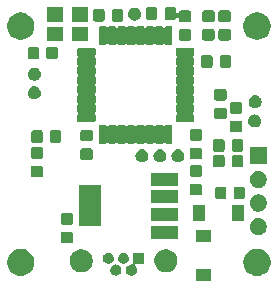
<source format=gbr>
%TF.GenerationSoftware,KiCad,Pcbnew,(5.1.5)-3*%
%TF.CreationDate,2020-05-01T16:03:37+02:00*%
%TF.ProjectId,SX1280_module,53583132-3830-45f6-9d6f-64756c652e6b,rev?*%
%TF.SameCoordinates,Original*%
%TF.FileFunction,Soldermask,Top*%
%TF.FilePolarity,Negative*%
%FSLAX46Y46*%
G04 Gerber Fmt 4.6, Leading zero omitted, Abs format (unit mm)*
G04 Created by KiCad (PCBNEW (5.1.5)-3) date 2020-05-01 16:03:37*
%MOMM*%
%LPD*%
G04 APERTURE LIST*
%ADD10C,0.100000*%
G04 APERTURE END LIST*
D10*
G36*
X125111000Y-122546000D02*
G01*
X123809000Y-122546000D01*
X123809000Y-121544000D01*
X125111000Y-121544000D01*
X125111000Y-122546000D01*
G37*
G36*
X129224549Y-119871116D02*
G01*
X129335734Y-119893232D01*
X129545203Y-119979997D01*
X129733720Y-120105960D01*
X129894040Y-120266280D01*
X130020003Y-120454797D01*
X130106768Y-120664266D01*
X130113158Y-120696391D01*
X130151000Y-120886635D01*
X130151000Y-121113365D01*
X130145291Y-121142066D01*
X130106768Y-121335734D01*
X130020003Y-121545203D01*
X129894040Y-121733720D01*
X129733720Y-121894040D01*
X129545203Y-122020003D01*
X129335734Y-122106768D01*
X129224549Y-122128884D01*
X129113365Y-122151000D01*
X128886635Y-122151000D01*
X128775451Y-122128884D01*
X128664266Y-122106768D01*
X128454797Y-122020003D01*
X128266280Y-121894040D01*
X128105960Y-121733720D01*
X127979997Y-121545203D01*
X127893232Y-121335734D01*
X127854709Y-121142066D01*
X127849000Y-121113365D01*
X127849000Y-120886635D01*
X127886842Y-120696391D01*
X127893232Y-120664266D01*
X127979997Y-120454797D01*
X128105960Y-120266280D01*
X128266280Y-120105960D01*
X128454797Y-119979997D01*
X128664266Y-119893232D01*
X128775451Y-119871116D01*
X128886635Y-119849000D01*
X129113365Y-119849000D01*
X129224549Y-119871116D01*
G37*
G36*
X109224549Y-119871116D02*
G01*
X109335734Y-119893232D01*
X109545203Y-119979997D01*
X109733720Y-120105960D01*
X109894040Y-120266280D01*
X110020003Y-120454797D01*
X110106768Y-120664266D01*
X110113158Y-120696391D01*
X110151000Y-120886635D01*
X110151000Y-121113365D01*
X110145291Y-121142066D01*
X110106768Y-121335734D01*
X110020003Y-121545203D01*
X109894040Y-121733720D01*
X109733720Y-121894040D01*
X109545203Y-122020003D01*
X109335734Y-122106768D01*
X109224549Y-122128884D01*
X109113365Y-122151000D01*
X108886635Y-122151000D01*
X108775451Y-122128884D01*
X108664266Y-122106768D01*
X108454797Y-122020003D01*
X108266280Y-121894040D01*
X108105960Y-121733720D01*
X107979997Y-121545203D01*
X107893232Y-121335734D01*
X107854709Y-121142066D01*
X107849000Y-121113365D01*
X107849000Y-120886635D01*
X107886842Y-120696391D01*
X107893232Y-120664266D01*
X107979997Y-120454797D01*
X108105960Y-120266280D01*
X108266280Y-120105960D01*
X108454797Y-119979997D01*
X108664266Y-119893232D01*
X108775451Y-119871116D01*
X108886635Y-119849000D01*
X109113365Y-119849000D01*
X109224549Y-119871116D01*
G37*
G36*
X117157054Y-121191067D02*
G01*
X117187386Y-121197100D01*
X117273102Y-121232605D01*
X117350245Y-121284150D01*
X117415850Y-121349755D01*
X117467395Y-121426898D01*
X117502900Y-121512614D01*
X117521000Y-121603611D01*
X117521000Y-121696389D01*
X117502900Y-121787386D01*
X117467395Y-121873102D01*
X117415850Y-121950245D01*
X117350245Y-122015850D01*
X117273102Y-122067395D01*
X117187386Y-122102900D01*
X117157054Y-122108933D01*
X117096391Y-122121000D01*
X117003609Y-122121000D01*
X116942946Y-122108933D01*
X116912614Y-122102900D01*
X116826898Y-122067395D01*
X116749755Y-122015850D01*
X116684150Y-121950245D01*
X116632605Y-121873102D01*
X116597100Y-121787386D01*
X116579000Y-121696389D01*
X116579000Y-121603611D01*
X116597100Y-121512614D01*
X116632605Y-121426898D01*
X116684150Y-121349755D01*
X116749755Y-121284150D01*
X116826898Y-121232605D01*
X116912614Y-121197100D01*
X116942946Y-121191067D01*
X117003609Y-121179000D01*
X117096391Y-121179000D01*
X117157054Y-121191067D01*
G37*
G36*
X119471000Y-121121000D02*
G01*
X118788869Y-121121000D01*
X118764483Y-121123402D01*
X118741034Y-121130515D01*
X118719423Y-121142066D01*
X118700481Y-121157611D01*
X118684936Y-121176553D01*
X118673385Y-121198164D01*
X118666272Y-121221613D01*
X118663870Y-121245999D01*
X118666272Y-121270385D01*
X118673385Y-121293834D01*
X118684936Y-121315445D01*
X118700476Y-121334381D01*
X118715850Y-121349755D01*
X118767395Y-121426898D01*
X118802900Y-121512614D01*
X118821000Y-121603611D01*
X118821000Y-121696389D01*
X118802900Y-121787386D01*
X118767395Y-121873102D01*
X118715850Y-121950245D01*
X118650245Y-122015850D01*
X118573102Y-122067395D01*
X118487386Y-122102900D01*
X118457054Y-122108933D01*
X118396391Y-122121000D01*
X118303609Y-122121000D01*
X118242946Y-122108933D01*
X118212614Y-122102900D01*
X118126898Y-122067395D01*
X118049755Y-122015850D01*
X117984150Y-121950245D01*
X117932605Y-121873102D01*
X117897100Y-121787386D01*
X117879000Y-121696389D01*
X117879000Y-121603611D01*
X117897100Y-121512614D01*
X117932605Y-121426898D01*
X117984150Y-121349755D01*
X118049755Y-121284150D01*
X118126898Y-121232605D01*
X118212614Y-121197100D01*
X118242946Y-121191067D01*
X118303609Y-121179000D01*
X118404001Y-121179000D01*
X118428387Y-121176598D01*
X118451836Y-121169485D01*
X118473447Y-121157934D01*
X118492389Y-121142389D01*
X118507934Y-121123447D01*
X118519485Y-121101836D01*
X118526598Y-121078387D01*
X118529000Y-121054001D01*
X118529000Y-120179000D01*
X119471000Y-120179000D01*
X119471000Y-121121000D01*
G37*
G36*
X114409687Y-119931507D02*
G01*
X114409690Y-119931508D01*
X114409689Y-119931508D01*
X114587309Y-120005080D01*
X114587310Y-120005081D01*
X114747161Y-120111889D01*
X114883111Y-120247839D01*
X114951208Y-120349755D01*
X114989920Y-120407691D01*
X115046825Y-120545073D01*
X115063493Y-120585313D01*
X115101000Y-120773871D01*
X115101000Y-120966129D01*
X115063493Y-121154687D01*
X115063492Y-121154689D01*
X114989920Y-121332309D01*
X114987632Y-121335733D01*
X114883111Y-121492161D01*
X114747161Y-121628111D01*
X114613891Y-121717158D01*
X114587309Y-121734920D01*
X114460646Y-121787385D01*
X114409687Y-121808493D01*
X114221129Y-121846000D01*
X114028871Y-121846000D01*
X113840313Y-121808493D01*
X113789354Y-121787385D01*
X113662691Y-121734920D01*
X113636109Y-121717158D01*
X113502839Y-121628111D01*
X113366889Y-121492161D01*
X113262368Y-121335733D01*
X113260080Y-121332309D01*
X113186508Y-121154689D01*
X113186507Y-121154687D01*
X113149000Y-120966129D01*
X113149000Y-120773871D01*
X113186507Y-120585313D01*
X113203175Y-120545073D01*
X113260080Y-120407691D01*
X113298792Y-120349755D01*
X113366889Y-120247839D01*
X113502839Y-120111889D01*
X113662690Y-120005081D01*
X113662691Y-120005080D01*
X113840311Y-119931508D01*
X113840310Y-119931508D01*
X113840313Y-119931507D01*
X114028871Y-119894000D01*
X114221129Y-119894000D01*
X114409687Y-119931507D01*
G37*
G36*
X121559687Y-119931507D02*
G01*
X121559690Y-119931508D01*
X121559689Y-119931508D01*
X121737309Y-120005080D01*
X121737310Y-120005081D01*
X121897161Y-120111889D01*
X122033111Y-120247839D01*
X122101208Y-120349755D01*
X122139920Y-120407691D01*
X122196825Y-120545073D01*
X122213493Y-120585313D01*
X122251000Y-120773871D01*
X122251000Y-120966129D01*
X122213493Y-121154687D01*
X122213492Y-121154689D01*
X122139920Y-121332309D01*
X122137632Y-121335733D01*
X122033111Y-121492161D01*
X121897161Y-121628111D01*
X121763891Y-121717158D01*
X121737309Y-121734920D01*
X121610646Y-121787385D01*
X121559687Y-121808493D01*
X121371129Y-121846000D01*
X121178871Y-121846000D01*
X120990313Y-121808493D01*
X120939354Y-121787385D01*
X120812691Y-121734920D01*
X120786109Y-121717158D01*
X120652839Y-121628111D01*
X120516889Y-121492161D01*
X120412368Y-121335733D01*
X120410080Y-121332309D01*
X120336508Y-121154689D01*
X120336507Y-121154687D01*
X120299000Y-120966129D01*
X120299000Y-120773871D01*
X120336507Y-120585313D01*
X120353175Y-120545073D01*
X120410080Y-120407691D01*
X120448792Y-120349755D01*
X120516889Y-120247839D01*
X120652839Y-120111889D01*
X120812690Y-120005081D01*
X120812691Y-120005080D01*
X120990311Y-119931508D01*
X120990310Y-119931508D01*
X120990313Y-119931507D01*
X121178871Y-119894000D01*
X121371129Y-119894000D01*
X121559687Y-119931507D01*
G37*
G36*
X117807054Y-120191067D02*
G01*
X117837386Y-120197100D01*
X117923102Y-120232605D01*
X118000245Y-120284150D01*
X118065850Y-120349755D01*
X118104561Y-120407691D01*
X118117396Y-120426900D01*
X118152900Y-120512615D01*
X118167361Y-120585313D01*
X118171000Y-120603611D01*
X118171000Y-120696389D01*
X118152900Y-120787386D01*
X118117395Y-120873102D01*
X118065850Y-120950245D01*
X118000245Y-121015850D01*
X117923102Y-121067395D01*
X117837386Y-121102900D01*
X117807054Y-121108933D01*
X117746391Y-121121000D01*
X117653609Y-121121000D01*
X117592946Y-121108933D01*
X117562614Y-121102900D01*
X117476898Y-121067395D01*
X117399755Y-121015850D01*
X117334150Y-120950245D01*
X117282605Y-120873102D01*
X117247100Y-120787386D01*
X117229000Y-120696389D01*
X117229000Y-120603611D01*
X117232640Y-120585313D01*
X117247100Y-120512615D01*
X117282604Y-120426900D01*
X117295439Y-120407691D01*
X117334150Y-120349755D01*
X117399755Y-120284150D01*
X117476898Y-120232605D01*
X117562614Y-120197100D01*
X117592946Y-120191067D01*
X117653609Y-120179000D01*
X117746391Y-120179000D01*
X117807054Y-120191067D01*
G37*
G36*
X116507054Y-120191067D02*
G01*
X116537386Y-120197100D01*
X116623102Y-120232605D01*
X116700245Y-120284150D01*
X116765850Y-120349755D01*
X116804561Y-120407691D01*
X116817396Y-120426900D01*
X116852900Y-120512615D01*
X116867361Y-120585313D01*
X116871000Y-120603611D01*
X116871000Y-120696389D01*
X116852900Y-120787386D01*
X116817395Y-120873102D01*
X116765850Y-120950245D01*
X116700245Y-121015850D01*
X116623102Y-121067395D01*
X116537386Y-121102900D01*
X116507054Y-121108933D01*
X116446391Y-121121000D01*
X116353609Y-121121000D01*
X116292946Y-121108933D01*
X116262614Y-121102900D01*
X116176898Y-121067395D01*
X116099755Y-121015850D01*
X116034150Y-120950245D01*
X115982605Y-120873102D01*
X115947100Y-120787386D01*
X115929000Y-120696389D01*
X115929000Y-120603611D01*
X115932640Y-120585313D01*
X115947100Y-120512615D01*
X115982604Y-120426900D01*
X115995439Y-120407691D01*
X116034150Y-120349755D01*
X116099755Y-120284150D01*
X116176898Y-120232605D01*
X116262614Y-120197100D01*
X116292946Y-120191067D01*
X116353609Y-120179000D01*
X116446391Y-120179000D01*
X116507054Y-120191067D01*
G37*
G36*
X113272391Y-118426285D02*
G01*
X113306369Y-118436593D01*
X113337690Y-118453334D01*
X113365139Y-118475861D01*
X113387666Y-118503310D01*
X113404407Y-118534631D01*
X113414715Y-118568609D01*
X113418800Y-118610090D01*
X113418800Y-119211310D01*
X113414715Y-119252791D01*
X113404407Y-119286769D01*
X113387666Y-119318090D01*
X113365139Y-119345539D01*
X113337690Y-119368066D01*
X113306369Y-119384807D01*
X113272391Y-119395115D01*
X113230910Y-119399200D01*
X112554690Y-119399200D01*
X112513209Y-119395115D01*
X112479231Y-119384807D01*
X112447910Y-119368066D01*
X112420461Y-119345539D01*
X112397934Y-119318090D01*
X112381193Y-119286769D01*
X112370885Y-119252791D01*
X112366800Y-119211310D01*
X112366800Y-118610090D01*
X112370885Y-118568609D01*
X112381193Y-118534631D01*
X112397934Y-118503310D01*
X112420461Y-118475861D01*
X112447910Y-118453334D01*
X112479231Y-118436593D01*
X112513209Y-118426285D01*
X112554690Y-118422200D01*
X113230910Y-118422200D01*
X113272391Y-118426285D01*
G37*
G36*
X125111000Y-119246000D02*
G01*
X123809000Y-119246000D01*
X123809000Y-118244000D01*
X125111000Y-118244000D01*
X125111000Y-119246000D01*
G37*
G36*
X122311000Y-119006000D02*
G01*
X120009000Y-119006000D01*
X120009000Y-117904000D01*
X122311000Y-117904000D01*
X122311000Y-119006000D01*
G37*
G36*
X129309766Y-117278299D02*
G01*
X129441888Y-117333026D01*
X129441890Y-117333027D01*
X129560798Y-117412479D01*
X129661921Y-117513602D01*
X129661922Y-117513604D01*
X129741374Y-117632512D01*
X129796101Y-117764634D01*
X129824000Y-117904894D01*
X129824000Y-118047906D01*
X129796101Y-118188166D01*
X129741374Y-118320288D01*
X129741373Y-118320290D01*
X129661921Y-118439198D01*
X129560798Y-118540321D01*
X129441890Y-118619773D01*
X129441889Y-118619774D01*
X129441888Y-118619774D01*
X129309766Y-118674501D01*
X129169506Y-118702400D01*
X129026494Y-118702400D01*
X128886234Y-118674501D01*
X128754112Y-118619774D01*
X128754111Y-118619774D01*
X128754110Y-118619773D01*
X128635202Y-118540321D01*
X128534079Y-118439198D01*
X128454627Y-118320290D01*
X128454626Y-118320288D01*
X128399899Y-118188166D01*
X128372000Y-118047906D01*
X128372000Y-117904894D01*
X128399899Y-117764634D01*
X128454626Y-117632512D01*
X128534078Y-117513604D01*
X128534079Y-117513602D01*
X128635202Y-117412479D01*
X128754110Y-117333027D01*
X128754112Y-117333026D01*
X128886234Y-117278299D01*
X129026494Y-117250400D01*
X129169506Y-117250400D01*
X129309766Y-117278299D01*
G37*
G36*
X115811000Y-117956000D02*
G01*
X113909000Y-117956000D01*
X113909000Y-114454000D01*
X115811000Y-114454000D01*
X115811000Y-117956000D01*
G37*
G36*
X113272391Y-116851285D02*
G01*
X113306369Y-116861593D01*
X113337690Y-116878334D01*
X113365139Y-116900861D01*
X113387666Y-116928310D01*
X113404407Y-116959631D01*
X113414715Y-116993609D01*
X113418800Y-117035090D01*
X113418800Y-117636310D01*
X113414715Y-117677791D01*
X113404407Y-117711769D01*
X113387666Y-117743090D01*
X113365139Y-117770539D01*
X113337690Y-117793066D01*
X113306369Y-117809807D01*
X113272391Y-117820115D01*
X113230910Y-117824200D01*
X112554690Y-117824200D01*
X112513209Y-117820115D01*
X112479231Y-117809807D01*
X112447910Y-117793066D01*
X112420461Y-117770539D01*
X112397934Y-117743090D01*
X112381193Y-117711769D01*
X112370885Y-117677791D01*
X112366800Y-117636310D01*
X112366800Y-117035090D01*
X112370885Y-116993609D01*
X112381193Y-116959631D01*
X112397934Y-116928310D01*
X112420461Y-116900861D01*
X112447910Y-116878334D01*
X112479231Y-116861593D01*
X112513209Y-116851285D01*
X112554690Y-116847200D01*
X113230910Y-116847200D01*
X113272391Y-116851285D01*
G37*
G36*
X122311000Y-117506000D02*
G01*
X120009000Y-117506000D01*
X120009000Y-116404000D01*
X122311000Y-116404000D01*
X122311000Y-117506000D01*
G37*
G36*
X127881000Y-117491000D02*
G01*
X126879000Y-117491000D01*
X126879000Y-116189000D01*
X127881000Y-116189000D01*
X127881000Y-117491000D01*
G37*
G36*
X124581000Y-117491000D02*
G01*
X123579000Y-117491000D01*
X123579000Y-116189000D01*
X124581000Y-116189000D01*
X124581000Y-117491000D01*
G37*
G36*
X129309766Y-115278299D02*
G01*
X129441888Y-115333026D01*
X129441890Y-115333027D01*
X129560798Y-115412479D01*
X129661921Y-115513602D01*
X129741373Y-115632510D01*
X129741374Y-115632512D01*
X129796101Y-115764634D01*
X129824000Y-115904894D01*
X129824000Y-116047906D01*
X129796101Y-116188166D01*
X129741374Y-116320288D01*
X129741373Y-116320290D01*
X129661921Y-116439198D01*
X129560798Y-116540321D01*
X129441890Y-116619773D01*
X129441889Y-116619774D01*
X129441888Y-116619774D01*
X129309766Y-116674501D01*
X129169506Y-116702400D01*
X129026494Y-116702400D01*
X128886234Y-116674501D01*
X128754112Y-116619774D01*
X128754111Y-116619774D01*
X128754110Y-116619773D01*
X128635202Y-116540321D01*
X128534079Y-116439198D01*
X128454627Y-116320290D01*
X128454626Y-116320288D01*
X128399899Y-116188166D01*
X128372000Y-116047906D01*
X128372000Y-115904894D01*
X128399899Y-115764634D01*
X128454626Y-115632512D01*
X128454627Y-115632510D01*
X128534079Y-115513602D01*
X128635202Y-115412479D01*
X128754110Y-115333027D01*
X128754112Y-115333026D01*
X128886234Y-115278299D01*
X129026494Y-115250400D01*
X129169506Y-115250400D01*
X129309766Y-115278299D01*
G37*
G36*
X122311000Y-116006000D02*
G01*
X120009000Y-116006000D01*
X120009000Y-114904000D01*
X122311000Y-114904000D01*
X122311000Y-116006000D01*
G37*
G36*
X127839991Y-114604085D02*
G01*
X127873969Y-114614393D01*
X127905290Y-114631134D01*
X127932739Y-114653661D01*
X127955266Y-114681110D01*
X127972007Y-114712431D01*
X127982315Y-114746409D01*
X127986400Y-114787890D01*
X127986400Y-115464110D01*
X127982315Y-115505591D01*
X127972007Y-115539569D01*
X127955266Y-115570890D01*
X127932739Y-115598339D01*
X127905290Y-115620866D01*
X127873969Y-115637607D01*
X127839991Y-115647915D01*
X127798510Y-115652000D01*
X127197290Y-115652000D01*
X127155809Y-115647915D01*
X127121831Y-115637607D01*
X127090510Y-115620866D01*
X127063061Y-115598339D01*
X127040534Y-115570890D01*
X127023793Y-115539569D01*
X127013485Y-115505591D01*
X127009400Y-115464110D01*
X127009400Y-114787890D01*
X127013485Y-114746409D01*
X127023793Y-114712431D01*
X127040534Y-114681110D01*
X127063061Y-114653661D01*
X127090510Y-114631134D01*
X127121831Y-114614393D01*
X127155809Y-114604085D01*
X127197290Y-114600000D01*
X127798510Y-114600000D01*
X127839991Y-114604085D01*
G37*
G36*
X126264991Y-114604085D02*
G01*
X126298969Y-114614393D01*
X126330290Y-114631134D01*
X126357739Y-114653661D01*
X126380266Y-114681110D01*
X126397007Y-114712431D01*
X126407315Y-114746409D01*
X126411400Y-114787890D01*
X126411400Y-115464110D01*
X126407315Y-115505591D01*
X126397007Y-115539569D01*
X126380266Y-115570890D01*
X126357739Y-115598339D01*
X126330290Y-115620866D01*
X126298969Y-115637607D01*
X126264991Y-115647915D01*
X126223510Y-115652000D01*
X125622290Y-115652000D01*
X125580809Y-115647915D01*
X125546831Y-115637607D01*
X125515510Y-115620866D01*
X125488061Y-115598339D01*
X125465534Y-115570890D01*
X125448793Y-115539569D01*
X125438485Y-115505591D01*
X125434400Y-115464110D01*
X125434400Y-114787890D01*
X125438485Y-114746409D01*
X125448793Y-114712431D01*
X125465534Y-114681110D01*
X125488061Y-114653661D01*
X125515510Y-114631134D01*
X125546831Y-114614393D01*
X125580809Y-114604085D01*
X125622290Y-114600000D01*
X126223510Y-114600000D01*
X126264991Y-114604085D01*
G37*
G36*
X124194391Y-114349085D02*
G01*
X124228369Y-114359393D01*
X124259690Y-114376134D01*
X124287139Y-114398661D01*
X124309666Y-114426110D01*
X124326407Y-114457431D01*
X124336715Y-114491409D01*
X124340800Y-114532890D01*
X124340800Y-115134110D01*
X124336715Y-115175591D01*
X124326407Y-115209569D01*
X124309666Y-115240890D01*
X124287139Y-115268339D01*
X124259690Y-115290866D01*
X124228369Y-115307607D01*
X124194391Y-115317915D01*
X124152910Y-115322000D01*
X123476690Y-115322000D01*
X123435209Y-115317915D01*
X123401231Y-115307607D01*
X123369910Y-115290866D01*
X123342461Y-115268339D01*
X123319934Y-115240890D01*
X123303193Y-115209569D01*
X123292885Y-115175591D01*
X123288800Y-115134110D01*
X123288800Y-114532890D01*
X123292885Y-114491409D01*
X123303193Y-114457431D01*
X123319934Y-114426110D01*
X123342461Y-114398661D01*
X123369910Y-114376134D01*
X123401231Y-114359393D01*
X123435209Y-114349085D01*
X123476690Y-114345000D01*
X124152910Y-114345000D01*
X124194391Y-114349085D01*
G37*
G36*
X129309766Y-113278299D02*
G01*
X129441888Y-113333026D01*
X129441890Y-113333027D01*
X129560798Y-113412479D01*
X129661921Y-113513602D01*
X129741373Y-113632510D01*
X129741374Y-113632512D01*
X129796101Y-113764634D01*
X129824000Y-113904894D01*
X129824000Y-114047906D01*
X129796101Y-114188166D01*
X129741374Y-114320288D01*
X129741373Y-114320290D01*
X129661921Y-114439198D01*
X129560798Y-114540321D01*
X129441890Y-114619773D01*
X129441889Y-114619774D01*
X129441888Y-114619774D01*
X129309766Y-114674501D01*
X129169506Y-114702400D01*
X129026494Y-114702400D01*
X128886234Y-114674501D01*
X128754112Y-114619774D01*
X128754111Y-114619774D01*
X128754110Y-114619773D01*
X128635202Y-114540321D01*
X128534079Y-114439198D01*
X128454627Y-114320290D01*
X128454626Y-114320288D01*
X128399899Y-114188166D01*
X128372000Y-114047906D01*
X128372000Y-113904894D01*
X128399899Y-113764634D01*
X128454626Y-113632512D01*
X128454627Y-113632510D01*
X128534079Y-113513602D01*
X128635202Y-113412479D01*
X128754110Y-113333027D01*
X128754112Y-113333026D01*
X128886234Y-113278299D01*
X129026494Y-113250400D01*
X129169506Y-113250400D01*
X129309766Y-113278299D01*
G37*
G36*
X122311000Y-114506000D02*
G01*
X120009000Y-114506000D01*
X120009000Y-113404000D01*
X122311000Y-113404000D01*
X122311000Y-114506000D01*
G37*
G36*
X110732391Y-112838285D02*
G01*
X110766369Y-112848593D01*
X110797690Y-112865334D01*
X110825139Y-112887861D01*
X110847666Y-112915310D01*
X110864407Y-112946631D01*
X110874715Y-112980609D01*
X110878800Y-113022090D01*
X110878800Y-113623310D01*
X110874715Y-113664791D01*
X110864407Y-113698769D01*
X110847666Y-113730090D01*
X110825139Y-113757539D01*
X110797690Y-113780066D01*
X110766369Y-113796807D01*
X110732391Y-113807115D01*
X110690910Y-113811200D01*
X110014690Y-113811200D01*
X109973209Y-113807115D01*
X109939231Y-113796807D01*
X109907910Y-113780066D01*
X109880461Y-113757539D01*
X109857934Y-113730090D01*
X109841193Y-113698769D01*
X109830885Y-113664791D01*
X109826800Y-113623310D01*
X109826800Y-113022090D01*
X109830885Y-112980609D01*
X109841193Y-112946631D01*
X109857934Y-112915310D01*
X109880461Y-112887861D01*
X109907910Y-112865334D01*
X109939231Y-112848593D01*
X109973209Y-112838285D01*
X110014690Y-112834200D01*
X110690910Y-112834200D01*
X110732391Y-112838285D01*
G37*
G36*
X124194391Y-112774085D02*
G01*
X124228369Y-112784393D01*
X124259690Y-112801134D01*
X124287139Y-112823661D01*
X124309666Y-112851110D01*
X124326407Y-112882431D01*
X124336715Y-112916409D01*
X124340800Y-112957890D01*
X124340800Y-113559110D01*
X124336715Y-113600591D01*
X124326407Y-113634569D01*
X124309666Y-113665890D01*
X124287139Y-113693339D01*
X124259690Y-113715866D01*
X124228369Y-113732607D01*
X124194391Y-113742915D01*
X124152910Y-113747000D01*
X123476690Y-113747000D01*
X123435209Y-113742915D01*
X123401231Y-113732607D01*
X123369910Y-113715866D01*
X123342461Y-113693339D01*
X123319934Y-113665890D01*
X123303193Y-113634569D01*
X123292885Y-113600591D01*
X123288800Y-113559110D01*
X123288800Y-112957890D01*
X123292885Y-112916409D01*
X123303193Y-112882431D01*
X123319934Y-112851110D01*
X123342461Y-112823661D01*
X123369910Y-112801134D01*
X123401231Y-112784393D01*
X123435209Y-112774085D01*
X123476690Y-112770000D01*
X124152910Y-112770000D01*
X124194391Y-112774085D01*
G37*
G36*
X127687591Y-111911685D02*
G01*
X127721569Y-111921993D01*
X127752890Y-111938734D01*
X127780339Y-111961261D01*
X127802866Y-111988710D01*
X127819607Y-112020031D01*
X127829915Y-112054009D01*
X127834000Y-112095490D01*
X127834000Y-112771710D01*
X127829915Y-112813191D01*
X127819607Y-112847169D01*
X127802866Y-112878490D01*
X127780339Y-112905939D01*
X127752890Y-112928466D01*
X127721569Y-112945207D01*
X127687591Y-112955515D01*
X127646110Y-112959600D01*
X127044890Y-112959600D01*
X127003409Y-112955515D01*
X126969431Y-112945207D01*
X126938110Y-112928466D01*
X126910661Y-112905939D01*
X126888134Y-112878490D01*
X126871393Y-112847169D01*
X126861085Y-112813191D01*
X126857000Y-112771710D01*
X126857000Y-112095490D01*
X126861085Y-112054009D01*
X126871393Y-112020031D01*
X126888134Y-111988710D01*
X126910661Y-111961261D01*
X126938110Y-111938734D01*
X126969431Y-111921993D01*
X127003409Y-111911685D01*
X127044890Y-111907600D01*
X127646110Y-111907600D01*
X127687591Y-111911685D01*
G37*
G36*
X126112591Y-111911685D02*
G01*
X126146569Y-111921993D01*
X126177890Y-111938734D01*
X126205339Y-111961261D01*
X126227866Y-111988710D01*
X126244607Y-112020031D01*
X126254915Y-112054009D01*
X126259000Y-112095490D01*
X126259000Y-112771710D01*
X126254915Y-112813191D01*
X126244607Y-112847169D01*
X126227866Y-112878490D01*
X126205339Y-112905939D01*
X126177890Y-112928466D01*
X126146569Y-112945207D01*
X126112591Y-112955515D01*
X126071110Y-112959600D01*
X125469890Y-112959600D01*
X125428409Y-112955515D01*
X125394431Y-112945207D01*
X125363110Y-112928466D01*
X125335661Y-112905939D01*
X125313134Y-112878490D01*
X125296393Y-112847169D01*
X125286085Y-112813191D01*
X125282000Y-112771710D01*
X125282000Y-112095490D01*
X125286085Y-112054009D01*
X125296393Y-112020031D01*
X125313134Y-111988710D01*
X125335661Y-111961261D01*
X125363110Y-111938734D01*
X125394431Y-111921993D01*
X125428409Y-111911685D01*
X125469890Y-111907600D01*
X126071110Y-111907600D01*
X126112591Y-111911685D01*
G37*
G36*
X129824000Y-112702400D02*
G01*
X128372000Y-112702400D01*
X128372000Y-111250400D01*
X129824000Y-111250400D01*
X129824000Y-112702400D01*
G37*
G36*
X119403521Y-111446574D02*
G01*
X119503795Y-111488109D01*
X119503796Y-111488110D01*
X119594042Y-111548410D01*
X119670790Y-111625158D01*
X119679905Y-111638800D01*
X119731091Y-111715405D01*
X119772626Y-111815679D01*
X119793800Y-111922130D01*
X119793800Y-112030670D01*
X119772626Y-112137121D01*
X119731091Y-112237395D01*
X119731090Y-112237396D01*
X119670790Y-112327642D01*
X119594042Y-112404390D01*
X119548612Y-112434745D01*
X119503795Y-112464691D01*
X119403521Y-112506226D01*
X119297070Y-112527400D01*
X119188530Y-112527400D01*
X119082079Y-112506226D01*
X118981805Y-112464691D01*
X118936988Y-112434745D01*
X118891558Y-112404390D01*
X118814810Y-112327642D01*
X118754510Y-112237396D01*
X118754509Y-112237395D01*
X118712974Y-112137121D01*
X118691800Y-112030670D01*
X118691800Y-111922130D01*
X118712974Y-111815679D01*
X118754509Y-111715405D01*
X118805695Y-111638800D01*
X118814810Y-111625158D01*
X118891558Y-111548410D01*
X118981804Y-111488110D01*
X118981805Y-111488109D01*
X119082079Y-111446574D01*
X119188530Y-111425400D01*
X119297070Y-111425400D01*
X119403521Y-111446574D01*
G37*
G36*
X122451521Y-111446574D02*
G01*
X122551795Y-111488109D01*
X122551796Y-111488110D01*
X122642042Y-111548410D01*
X122718790Y-111625158D01*
X122727905Y-111638800D01*
X122779091Y-111715405D01*
X122820626Y-111815679D01*
X122841800Y-111922130D01*
X122841800Y-112030670D01*
X122820626Y-112137121D01*
X122779091Y-112237395D01*
X122779090Y-112237396D01*
X122718790Y-112327642D01*
X122642042Y-112404390D01*
X122596612Y-112434745D01*
X122551795Y-112464691D01*
X122451521Y-112506226D01*
X122345070Y-112527400D01*
X122236530Y-112527400D01*
X122130079Y-112506226D01*
X122029805Y-112464691D01*
X121984988Y-112434745D01*
X121939558Y-112404390D01*
X121862810Y-112327642D01*
X121802510Y-112237396D01*
X121802509Y-112237395D01*
X121760974Y-112137121D01*
X121739800Y-112030670D01*
X121739800Y-111922130D01*
X121760974Y-111815679D01*
X121802509Y-111715405D01*
X121853695Y-111638800D01*
X121862810Y-111625158D01*
X121939558Y-111548410D01*
X122029804Y-111488110D01*
X122029805Y-111488109D01*
X122130079Y-111446574D01*
X122236530Y-111425400D01*
X122345070Y-111425400D01*
X122451521Y-111446574D01*
G37*
G36*
X120927521Y-111446574D02*
G01*
X121027795Y-111488109D01*
X121027796Y-111488110D01*
X121118042Y-111548410D01*
X121194790Y-111625158D01*
X121203905Y-111638800D01*
X121255091Y-111715405D01*
X121296626Y-111815679D01*
X121317800Y-111922130D01*
X121317800Y-112030670D01*
X121296626Y-112137121D01*
X121255091Y-112237395D01*
X121255090Y-112237396D01*
X121194790Y-112327642D01*
X121118042Y-112404390D01*
X121072612Y-112434745D01*
X121027795Y-112464691D01*
X120927521Y-112506226D01*
X120821070Y-112527400D01*
X120712530Y-112527400D01*
X120606079Y-112506226D01*
X120505805Y-112464691D01*
X120460988Y-112434745D01*
X120415558Y-112404390D01*
X120338810Y-112327642D01*
X120278510Y-112237396D01*
X120278509Y-112237395D01*
X120236974Y-112137121D01*
X120215800Y-112030670D01*
X120215800Y-111922130D01*
X120236974Y-111815679D01*
X120278509Y-111715405D01*
X120329695Y-111638800D01*
X120338810Y-111625158D01*
X120415558Y-111548410D01*
X120505804Y-111488110D01*
X120505805Y-111488109D01*
X120606079Y-111446574D01*
X120712530Y-111425400D01*
X120821070Y-111425400D01*
X120927521Y-111446574D01*
G37*
G36*
X114948791Y-111365085D02*
G01*
X114982769Y-111375393D01*
X115014090Y-111392134D01*
X115041539Y-111414661D01*
X115064066Y-111442110D01*
X115080807Y-111473431D01*
X115091115Y-111507409D01*
X115095200Y-111548890D01*
X115095200Y-112150110D01*
X115091115Y-112191591D01*
X115080807Y-112225569D01*
X115064066Y-112256890D01*
X115041539Y-112284339D01*
X115014090Y-112306866D01*
X114982769Y-112323607D01*
X114948791Y-112333915D01*
X114907310Y-112338000D01*
X114231090Y-112338000D01*
X114189609Y-112333915D01*
X114155631Y-112323607D01*
X114124310Y-112306866D01*
X114096861Y-112284339D01*
X114074334Y-112256890D01*
X114057593Y-112225569D01*
X114047285Y-112191591D01*
X114043200Y-112150110D01*
X114043200Y-111548890D01*
X114047285Y-111507409D01*
X114057593Y-111473431D01*
X114074334Y-111442110D01*
X114096861Y-111414661D01*
X114124310Y-111392134D01*
X114155631Y-111375393D01*
X114189609Y-111365085D01*
X114231090Y-111361000D01*
X114907310Y-111361000D01*
X114948791Y-111365085D01*
G37*
G36*
X124204591Y-111301085D02*
G01*
X124238569Y-111311393D01*
X124269890Y-111328134D01*
X124297339Y-111350661D01*
X124319866Y-111378110D01*
X124336607Y-111409431D01*
X124346915Y-111443409D01*
X124351000Y-111484890D01*
X124351000Y-112086110D01*
X124346915Y-112127591D01*
X124336607Y-112161569D01*
X124319866Y-112192890D01*
X124297339Y-112220339D01*
X124269890Y-112242866D01*
X124238569Y-112259607D01*
X124204591Y-112269915D01*
X124163110Y-112274000D01*
X123486890Y-112274000D01*
X123445409Y-112269915D01*
X123411431Y-112259607D01*
X123380110Y-112242866D01*
X123352661Y-112220339D01*
X123330134Y-112192890D01*
X123313393Y-112161569D01*
X123303085Y-112127591D01*
X123299000Y-112086110D01*
X123299000Y-111484890D01*
X123303085Y-111443409D01*
X123313393Y-111409431D01*
X123330134Y-111378110D01*
X123352661Y-111350661D01*
X123380110Y-111328134D01*
X123411431Y-111311393D01*
X123445409Y-111301085D01*
X123486890Y-111297000D01*
X124163110Y-111297000D01*
X124204591Y-111301085D01*
G37*
G36*
X110732391Y-111263285D02*
G01*
X110766369Y-111273593D01*
X110797690Y-111290334D01*
X110825139Y-111312861D01*
X110847666Y-111340310D01*
X110864407Y-111371631D01*
X110874715Y-111405609D01*
X110878800Y-111447090D01*
X110878800Y-112048310D01*
X110874715Y-112089791D01*
X110864407Y-112123769D01*
X110847666Y-112155090D01*
X110825139Y-112182539D01*
X110797690Y-112205066D01*
X110766369Y-112221807D01*
X110732391Y-112232115D01*
X110690910Y-112236200D01*
X110014690Y-112236200D01*
X109973209Y-112232115D01*
X109939231Y-112221807D01*
X109907910Y-112205066D01*
X109880461Y-112182539D01*
X109857934Y-112155090D01*
X109841193Y-112123769D01*
X109830885Y-112089791D01*
X109826800Y-112048310D01*
X109826800Y-111447090D01*
X109830885Y-111405609D01*
X109841193Y-111371631D01*
X109857934Y-111340310D01*
X109880461Y-111312861D01*
X109907910Y-111290334D01*
X109939231Y-111273593D01*
X109973209Y-111263285D01*
X110014690Y-111259200D01*
X110690910Y-111259200D01*
X110732391Y-111263285D01*
G37*
G36*
X126112591Y-110590885D02*
G01*
X126146569Y-110601193D01*
X126177890Y-110617934D01*
X126205339Y-110640461D01*
X126227866Y-110667910D01*
X126244607Y-110699231D01*
X126254915Y-110733209D01*
X126259000Y-110774690D01*
X126259000Y-111450910D01*
X126254915Y-111492391D01*
X126244607Y-111526369D01*
X126227866Y-111557690D01*
X126205339Y-111585139D01*
X126177890Y-111607666D01*
X126146569Y-111624407D01*
X126112591Y-111634715D01*
X126071110Y-111638800D01*
X125469890Y-111638800D01*
X125428409Y-111634715D01*
X125394431Y-111624407D01*
X125363110Y-111607666D01*
X125335661Y-111585139D01*
X125313134Y-111557690D01*
X125296393Y-111526369D01*
X125286085Y-111492391D01*
X125282000Y-111450910D01*
X125282000Y-110774690D01*
X125286085Y-110733209D01*
X125296393Y-110699231D01*
X125313134Y-110667910D01*
X125335661Y-110640461D01*
X125363110Y-110617934D01*
X125394431Y-110601193D01*
X125428409Y-110590885D01*
X125469890Y-110586800D01*
X126071110Y-110586800D01*
X126112591Y-110590885D01*
G37*
G36*
X127687591Y-110590885D02*
G01*
X127721569Y-110601193D01*
X127752890Y-110617934D01*
X127780339Y-110640461D01*
X127802866Y-110667910D01*
X127819607Y-110699231D01*
X127829915Y-110733209D01*
X127834000Y-110774690D01*
X127834000Y-111450910D01*
X127829915Y-111492391D01*
X127819607Y-111526369D01*
X127802866Y-111557690D01*
X127780339Y-111585139D01*
X127752890Y-111607666D01*
X127721569Y-111624407D01*
X127687591Y-111634715D01*
X127646110Y-111638800D01*
X127044890Y-111638800D01*
X127003409Y-111634715D01*
X126969431Y-111624407D01*
X126938110Y-111607666D01*
X126910661Y-111585139D01*
X126888134Y-111557690D01*
X126871393Y-111526369D01*
X126861085Y-111492391D01*
X126857000Y-111450910D01*
X126857000Y-110774690D01*
X126861085Y-110733209D01*
X126871393Y-110699231D01*
X126888134Y-110667910D01*
X126910661Y-110640461D01*
X126938110Y-110617934D01*
X126969431Y-110601193D01*
X127003409Y-110590885D01*
X127044890Y-110586800D01*
X127646110Y-110586800D01*
X127687591Y-110590885D01*
G37*
G36*
X116158451Y-109367684D02*
G01*
X116174843Y-109372657D01*
X116189955Y-109380734D01*
X116203198Y-109391602D01*
X116214067Y-109404847D01*
X116218161Y-109412506D01*
X116231774Y-109432880D01*
X116249101Y-109450207D01*
X116269476Y-109463821D01*
X116292114Y-109473198D01*
X116316148Y-109477979D01*
X116340652Y-109477979D01*
X116364685Y-109473199D01*
X116387324Y-109463821D01*
X116407698Y-109450208D01*
X116425025Y-109432881D01*
X116438639Y-109412506D01*
X116442733Y-109404847D01*
X116453602Y-109391602D01*
X116466845Y-109380734D01*
X116481957Y-109372657D01*
X116498349Y-109367684D01*
X116521541Y-109365400D01*
X116935259Y-109365400D01*
X116958451Y-109367684D01*
X116974843Y-109372657D01*
X116989955Y-109380734D01*
X117003198Y-109391602D01*
X117014067Y-109404847D01*
X117018161Y-109412506D01*
X117031774Y-109432880D01*
X117049101Y-109450207D01*
X117069476Y-109463821D01*
X117092114Y-109473198D01*
X117116148Y-109477979D01*
X117140652Y-109477979D01*
X117164685Y-109473199D01*
X117187324Y-109463821D01*
X117207698Y-109450208D01*
X117225025Y-109432881D01*
X117238639Y-109412506D01*
X117242733Y-109404847D01*
X117253602Y-109391602D01*
X117266845Y-109380734D01*
X117281957Y-109372657D01*
X117298349Y-109367684D01*
X117321541Y-109365400D01*
X117735259Y-109365400D01*
X117758451Y-109367684D01*
X117774843Y-109372657D01*
X117789955Y-109380734D01*
X117803198Y-109391602D01*
X117814067Y-109404847D01*
X117818161Y-109412506D01*
X117831774Y-109432880D01*
X117849101Y-109450207D01*
X117869476Y-109463821D01*
X117892114Y-109473198D01*
X117916148Y-109477979D01*
X117940652Y-109477979D01*
X117964685Y-109473199D01*
X117987324Y-109463821D01*
X118007698Y-109450208D01*
X118025025Y-109432881D01*
X118038639Y-109412506D01*
X118042733Y-109404847D01*
X118053602Y-109391602D01*
X118066845Y-109380734D01*
X118081957Y-109372657D01*
X118098349Y-109367684D01*
X118121541Y-109365400D01*
X118535259Y-109365400D01*
X118558451Y-109367684D01*
X118574843Y-109372657D01*
X118589955Y-109380734D01*
X118603198Y-109391602D01*
X118614067Y-109404847D01*
X118618161Y-109412506D01*
X118631774Y-109432880D01*
X118649101Y-109450207D01*
X118669476Y-109463821D01*
X118692114Y-109473198D01*
X118716148Y-109477979D01*
X118740652Y-109477979D01*
X118764685Y-109473199D01*
X118787324Y-109463821D01*
X118807698Y-109450208D01*
X118825025Y-109432881D01*
X118838639Y-109412506D01*
X118842733Y-109404847D01*
X118853602Y-109391602D01*
X118866845Y-109380734D01*
X118881957Y-109372657D01*
X118898349Y-109367684D01*
X118921541Y-109365400D01*
X119335259Y-109365400D01*
X119358451Y-109367684D01*
X119374843Y-109372657D01*
X119389955Y-109380734D01*
X119403198Y-109391602D01*
X119414067Y-109404847D01*
X119418161Y-109412506D01*
X119431774Y-109432880D01*
X119449101Y-109450207D01*
X119469476Y-109463821D01*
X119492114Y-109473198D01*
X119516148Y-109477979D01*
X119540652Y-109477979D01*
X119564685Y-109473199D01*
X119587324Y-109463821D01*
X119607698Y-109450208D01*
X119625025Y-109432881D01*
X119638639Y-109412506D01*
X119642733Y-109404847D01*
X119653602Y-109391602D01*
X119666845Y-109380734D01*
X119681957Y-109372657D01*
X119698349Y-109367684D01*
X119721541Y-109365400D01*
X120135259Y-109365400D01*
X120158451Y-109367684D01*
X120174843Y-109372657D01*
X120189955Y-109380734D01*
X120203198Y-109391602D01*
X120214067Y-109404847D01*
X120218161Y-109412506D01*
X120231774Y-109432880D01*
X120249101Y-109450207D01*
X120269476Y-109463821D01*
X120292114Y-109473198D01*
X120316148Y-109477979D01*
X120340652Y-109477979D01*
X120364685Y-109473199D01*
X120387324Y-109463821D01*
X120407698Y-109450208D01*
X120425025Y-109432881D01*
X120438639Y-109412506D01*
X120442733Y-109404847D01*
X120453602Y-109391602D01*
X120466845Y-109380734D01*
X120481957Y-109372657D01*
X120498349Y-109367684D01*
X120521541Y-109365400D01*
X120935259Y-109365400D01*
X120958451Y-109367684D01*
X120974843Y-109372657D01*
X120989955Y-109380734D01*
X121003198Y-109391602D01*
X121014067Y-109404847D01*
X121018161Y-109412506D01*
X121031774Y-109432880D01*
X121049101Y-109450207D01*
X121069476Y-109463821D01*
X121092114Y-109473198D01*
X121116148Y-109477979D01*
X121140652Y-109477979D01*
X121164685Y-109473199D01*
X121187324Y-109463821D01*
X121207698Y-109450208D01*
X121225025Y-109432881D01*
X121238639Y-109412506D01*
X121242733Y-109404847D01*
X121253602Y-109391602D01*
X121266845Y-109380734D01*
X121281957Y-109372657D01*
X121298349Y-109367684D01*
X121321541Y-109365400D01*
X121735259Y-109365400D01*
X121758451Y-109367684D01*
X121774843Y-109372657D01*
X121789955Y-109380734D01*
X121803198Y-109391602D01*
X121814066Y-109404845D01*
X121822143Y-109419957D01*
X121827116Y-109436349D01*
X121829400Y-109459541D01*
X121829400Y-110873259D01*
X121827116Y-110896451D01*
X121822143Y-110912843D01*
X121814066Y-110927955D01*
X121803198Y-110941198D01*
X121789955Y-110952066D01*
X121774843Y-110960143D01*
X121758451Y-110965116D01*
X121735259Y-110967400D01*
X121321541Y-110967400D01*
X121298349Y-110965116D01*
X121281957Y-110960143D01*
X121266845Y-110952066D01*
X121253602Y-110941198D01*
X121242733Y-110927953D01*
X121238639Y-110920294D01*
X121225026Y-110899920D01*
X121207699Y-110882593D01*
X121187324Y-110868979D01*
X121164686Y-110859602D01*
X121140652Y-110854821D01*
X121116148Y-110854821D01*
X121092115Y-110859601D01*
X121069476Y-110868979D01*
X121049102Y-110882592D01*
X121031775Y-110899919D01*
X121018161Y-110920294D01*
X121014067Y-110927953D01*
X121003198Y-110941198D01*
X120989955Y-110952066D01*
X120974843Y-110960143D01*
X120958451Y-110965116D01*
X120935259Y-110967400D01*
X120521541Y-110967400D01*
X120498349Y-110965116D01*
X120481957Y-110960143D01*
X120466845Y-110952066D01*
X120453602Y-110941198D01*
X120442733Y-110927953D01*
X120438639Y-110920294D01*
X120425026Y-110899920D01*
X120407699Y-110882593D01*
X120387324Y-110868979D01*
X120364686Y-110859602D01*
X120340652Y-110854821D01*
X120316148Y-110854821D01*
X120292115Y-110859601D01*
X120269476Y-110868979D01*
X120249102Y-110882592D01*
X120231775Y-110899919D01*
X120218161Y-110920294D01*
X120214067Y-110927953D01*
X120203198Y-110941198D01*
X120189955Y-110952066D01*
X120174843Y-110960143D01*
X120158451Y-110965116D01*
X120135259Y-110967400D01*
X119721541Y-110967400D01*
X119698349Y-110965116D01*
X119681957Y-110960143D01*
X119666845Y-110952066D01*
X119653602Y-110941198D01*
X119642733Y-110927953D01*
X119638639Y-110920294D01*
X119625026Y-110899920D01*
X119607699Y-110882593D01*
X119587324Y-110868979D01*
X119564686Y-110859602D01*
X119540652Y-110854821D01*
X119516148Y-110854821D01*
X119492115Y-110859601D01*
X119469476Y-110868979D01*
X119449102Y-110882592D01*
X119431775Y-110899919D01*
X119418161Y-110920294D01*
X119414067Y-110927953D01*
X119403198Y-110941198D01*
X119389955Y-110952066D01*
X119374843Y-110960143D01*
X119358451Y-110965116D01*
X119335259Y-110967400D01*
X118921541Y-110967400D01*
X118898349Y-110965116D01*
X118881957Y-110960143D01*
X118866845Y-110952066D01*
X118853602Y-110941198D01*
X118842733Y-110927953D01*
X118838639Y-110920294D01*
X118825026Y-110899920D01*
X118807699Y-110882593D01*
X118787324Y-110868979D01*
X118764686Y-110859602D01*
X118740652Y-110854821D01*
X118716148Y-110854821D01*
X118692115Y-110859601D01*
X118669476Y-110868979D01*
X118649102Y-110882592D01*
X118631775Y-110899919D01*
X118618161Y-110920294D01*
X118614067Y-110927953D01*
X118603198Y-110941198D01*
X118589955Y-110952066D01*
X118574843Y-110960143D01*
X118558451Y-110965116D01*
X118535259Y-110967400D01*
X118121541Y-110967400D01*
X118098349Y-110965116D01*
X118081957Y-110960143D01*
X118066845Y-110952066D01*
X118053602Y-110941198D01*
X118042733Y-110927953D01*
X118038639Y-110920294D01*
X118025026Y-110899920D01*
X118007699Y-110882593D01*
X117987324Y-110868979D01*
X117964686Y-110859602D01*
X117940652Y-110854821D01*
X117916148Y-110854821D01*
X117892115Y-110859601D01*
X117869476Y-110868979D01*
X117849102Y-110882592D01*
X117831775Y-110899919D01*
X117818161Y-110920294D01*
X117814067Y-110927953D01*
X117803198Y-110941198D01*
X117789955Y-110952066D01*
X117774843Y-110960143D01*
X117758451Y-110965116D01*
X117735259Y-110967400D01*
X117321541Y-110967400D01*
X117298349Y-110965116D01*
X117281957Y-110960143D01*
X117266845Y-110952066D01*
X117253602Y-110941198D01*
X117242733Y-110927953D01*
X117238639Y-110920294D01*
X117225026Y-110899920D01*
X117207699Y-110882593D01*
X117187324Y-110868979D01*
X117164686Y-110859602D01*
X117140652Y-110854821D01*
X117116148Y-110854821D01*
X117092115Y-110859601D01*
X117069476Y-110868979D01*
X117049102Y-110882592D01*
X117031775Y-110899919D01*
X117018161Y-110920294D01*
X117014067Y-110927953D01*
X117003198Y-110941198D01*
X116989955Y-110952066D01*
X116974843Y-110960143D01*
X116958451Y-110965116D01*
X116935259Y-110967400D01*
X116521541Y-110967400D01*
X116498349Y-110965116D01*
X116481957Y-110960143D01*
X116466845Y-110952066D01*
X116453602Y-110941198D01*
X116442733Y-110927953D01*
X116438639Y-110920294D01*
X116425026Y-110899920D01*
X116407699Y-110882593D01*
X116387324Y-110868979D01*
X116364686Y-110859602D01*
X116340652Y-110854821D01*
X116316148Y-110854821D01*
X116292115Y-110859601D01*
X116269476Y-110868979D01*
X116249102Y-110882592D01*
X116231775Y-110899919D01*
X116218161Y-110920294D01*
X116214067Y-110927953D01*
X116203198Y-110941198D01*
X116189955Y-110952066D01*
X116174843Y-110960143D01*
X116158451Y-110965116D01*
X116135259Y-110967400D01*
X115721541Y-110967400D01*
X115698349Y-110965116D01*
X115681957Y-110960143D01*
X115666845Y-110952066D01*
X115653602Y-110941198D01*
X115642734Y-110927955D01*
X115634657Y-110912843D01*
X115629684Y-110896451D01*
X115627400Y-110873259D01*
X115627400Y-109459541D01*
X115629684Y-109436349D01*
X115634657Y-109419957D01*
X115642734Y-109404845D01*
X115653602Y-109391602D01*
X115666845Y-109380734D01*
X115681957Y-109372657D01*
X115698349Y-109367684D01*
X115721541Y-109365400D01*
X116135259Y-109365400D01*
X116158451Y-109367684D01*
G37*
G36*
X110720191Y-109828885D02*
G01*
X110754169Y-109839193D01*
X110785490Y-109855934D01*
X110812939Y-109878461D01*
X110835466Y-109905910D01*
X110852207Y-109937231D01*
X110862515Y-109971209D01*
X110866600Y-110012690D01*
X110866600Y-110688910D01*
X110862515Y-110730391D01*
X110852207Y-110764369D01*
X110835466Y-110795690D01*
X110812939Y-110823139D01*
X110785490Y-110845666D01*
X110754169Y-110862407D01*
X110720191Y-110872715D01*
X110678710Y-110876800D01*
X110077490Y-110876800D01*
X110036009Y-110872715D01*
X110002031Y-110862407D01*
X109970710Y-110845666D01*
X109943261Y-110823139D01*
X109920734Y-110795690D01*
X109903993Y-110764369D01*
X109893685Y-110730391D01*
X109889600Y-110688910D01*
X109889600Y-110012690D01*
X109893685Y-109971209D01*
X109903993Y-109937231D01*
X109920734Y-109905910D01*
X109943261Y-109878461D01*
X109970710Y-109855934D01*
X110002031Y-109839193D01*
X110036009Y-109828885D01*
X110077490Y-109824800D01*
X110678710Y-109824800D01*
X110720191Y-109828885D01*
G37*
G36*
X112295191Y-109828885D02*
G01*
X112329169Y-109839193D01*
X112360490Y-109855934D01*
X112387939Y-109878461D01*
X112410466Y-109905910D01*
X112427207Y-109937231D01*
X112437515Y-109971209D01*
X112441600Y-110012690D01*
X112441600Y-110688910D01*
X112437515Y-110730391D01*
X112427207Y-110764369D01*
X112410466Y-110795690D01*
X112387939Y-110823139D01*
X112360490Y-110845666D01*
X112329169Y-110862407D01*
X112295191Y-110872715D01*
X112253710Y-110876800D01*
X111652490Y-110876800D01*
X111611009Y-110872715D01*
X111577031Y-110862407D01*
X111545710Y-110845666D01*
X111518261Y-110823139D01*
X111495734Y-110795690D01*
X111478993Y-110764369D01*
X111468685Y-110730391D01*
X111464600Y-110688910D01*
X111464600Y-110012690D01*
X111468685Y-109971209D01*
X111478993Y-109937231D01*
X111495734Y-109905910D01*
X111518261Y-109878461D01*
X111545710Y-109855934D01*
X111577031Y-109839193D01*
X111611009Y-109828885D01*
X111652490Y-109824800D01*
X112253710Y-109824800D01*
X112295191Y-109828885D01*
G37*
G36*
X114948791Y-109790085D02*
G01*
X114982769Y-109800393D01*
X115014090Y-109817134D01*
X115041539Y-109839661D01*
X115064066Y-109867110D01*
X115080807Y-109898431D01*
X115091115Y-109932409D01*
X115095200Y-109973890D01*
X115095200Y-110575110D01*
X115091115Y-110616591D01*
X115080807Y-110650569D01*
X115064066Y-110681890D01*
X115041539Y-110709339D01*
X115014090Y-110731866D01*
X114982769Y-110748607D01*
X114948791Y-110758915D01*
X114907310Y-110763000D01*
X114231090Y-110763000D01*
X114189609Y-110758915D01*
X114155631Y-110748607D01*
X114124310Y-110731866D01*
X114096861Y-110709339D01*
X114074334Y-110681890D01*
X114057593Y-110650569D01*
X114047285Y-110616591D01*
X114043200Y-110575110D01*
X114043200Y-109973890D01*
X114047285Y-109932409D01*
X114057593Y-109898431D01*
X114074334Y-109867110D01*
X114096861Y-109839661D01*
X114124310Y-109817134D01*
X114155631Y-109800393D01*
X114189609Y-109790085D01*
X114231090Y-109786000D01*
X114907310Y-109786000D01*
X114948791Y-109790085D01*
G37*
G36*
X124204591Y-109726085D02*
G01*
X124238569Y-109736393D01*
X124269890Y-109753134D01*
X124297339Y-109775661D01*
X124319866Y-109803110D01*
X124336607Y-109834431D01*
X124346915Y-109868409D01*
X124351000Y-109909890D01*
X124351000Y-110511110D01*
X124346915Y-110552591D01*
X124336607Y-110586569D01*
X124319866Y-110617890D01*
X124297339Y-110645339D01*
X124269890Y-110667866D01*
X124238569Y-110684607D01*
X124204591Y-110694915D01*
X124163110Y-110699000D01*
X123486890Y-110699000D01*
X123445409Y-110694915D01*
X123411431Y-110684607D01*
X123380110Y-110667866D01*
X123352661Y-110645339D01*
X123330134Y-110617890D01*
X123313393Y-110586569D01*
X123303085Y-110552591D01*
X123299000Y-110511110D01*
X123299000Y-109909890D01*
X123303085Y-109868409D01*
X123313393Y-109834431D01*
X123330134Y-109803110D01*
X123352661Y-109775661D01*
X123380110Y-109753134D01*
X123411431Y-109736393D01*
X123445409Y-109726085D01*
X123486890Y-109722000D01*
X124163110Y-109722000D01*
X124204591Y-109726085D01*
G37*
G36*
X127597991Y-109028285D02*
G01*
X127631969Y-109038593D01*
X127663290Y-109055334D01*
X127690739Y-109077861D01*
X127713266Y-109105310D01*
X127730007Y-109136631D01*
X127740315Y-109170609D01*
X127744400Y-109212090D01*
X127744400Y-109813310D01*
X127740315Y-109854791D01*
X127730007Y-109888769D01*
X127713266Y-109920090D01*
X127690739Y-109947539D01*
X127663290Y-109970066D01*
X127631969Y-109986807D01*
X127597991Y-109997115D01*
X127556510Y-110001200D01*
X126880290Y-110001200D01*
X126838809Y-109997115D01*
X126804831Y-109986807D01*
X126773510Y-109970066D01*
X126746061Y-109947539D01*
X126723534Y-109920090D01*
X126706793Y-109888769D01*
X126696485Y-109854791D01*
X126692400Y-109813310D01*
X126692400Y-109212090D01*
X126696485Y-109170609D01*
X126706793Y-109136631D01*
X126723534Y-109105310D01*
X126746061Y-109077861D01*
X126773510Y-109055334D01*
X126804831Y-109038593D01*
X126838809Y-109028285D01*
X126880290Y-109024200D01*
X127556510Y-109024200D01*
X127597991Y-109028285D01*
G37*
G36*
X128953921Y-108500174D02*
G01*
X129054195Y-108541709D01*
X129054196Y-108541710D01*
X129144442Y-108602010D01*
X129221190Y-108678758D01*
X129232517Y-108695710D01*
X129281491Y-108769005D01*
X129323026Y-108869279D01*
X129344200Y-108975730D01*
X129344200Y-109084270D01*
X129323026Y-109190721D01*
X129281491Y-109290995D01*
X129281490Y-109290996D01*
X129221190Y-109381242D01*
X129144442Y-109457990D01*
X129135715Y-109463821D01*
X129054195Y-109518291D01*
X128953921Y-109559826D01*
X128847470Y-109581000D01*
X128738930Y-109581000D01*
X128632479Y-109559826D01*
X128532205Y-109518291D01*
X128450685Y-109463821D01*
X128441958Y-109457990D01*
X128365210Y-109381242D01*
X128304910Y-109290996D01*
X128304909Y-109290995D01*
X128263374Y-109190721D01*
X128242200Y-109084270D01*
X128242200Y-108975730D01*
X128263374Y-108869279D01*
X128304909Y-108769005D01*
X128353883Y-108695710D01*
X128365210Y-108678758D01*
X128441958Y-108602010D01*
X128532204Y-108541710D01*
X128532205Y-108541709D01*
X128632479Y-108500174D01*
X128738930Y-108479000D01*
X128847470Y-108479000D01*
X128953921Y-108500174D01*
G37*
G36*
X115283451Y-102892684D02*
G01*
X115299843Y-102897657D01*
X115314955Y-102905734D01*
X115328198Y-102916602D01*
X115339066Y-102929845D01*
X115347143Y-102944957D01*
X115352116Y-102961349D01*
X115354400Y-102984541D01*
X115354400Y-103398259D01*
X115352116Y-103421451D01*
X115347143Y-103437843D01*
X115339066Y-103452955D01*
X115328198Y-103466198D01*
X115314953Y-103477067D01*
X115307294Y-103481161D01*
X115286920Y-103494774D01*
X115269593Y-103512101D01*
X115255979Y-103532476D01*
X115246602Y-103555114D01*
X115241821Y-103579148D01*
X115241821Y-103603652D01*
X115246601Y-103627685D01*
X115255979Y-103650324D01*
X115269592Y-103670698D01*
X115286919Y-103688025D01*
X115307294Y-103701639D01*
X115314953Y-103705733D01*
X115328198Y-103716602D01*
X115339066Y-103729845D01*
X115347143Y-103744957D01*
X115352116Y-103761349D01*
X115354400Y-103784541D01*
X115354400Y-104198259D01*
X115352116Y-104221451D01*
X115347143Y-104237843D01*
X115339066Y-104252955D01*
X115328198Y-104266198D01*
X115314953Y-104277067D01*
X115307294Y-104281161D01*
X115286920Y-104294774D01*
X115269593Y-104312101D01*
X115255979Y-104332476D01*
X115246602Y-104355114D01*
X115241821Y-104379148D01*
X115241821Y-104403652D01*
X115246601Y-104427685D01*
X115255979Y-104450324D01*
X115269592Y-104470698D01*
X115286919Y-104488025D01*
X115307294Y-104501639D01*
X115314953Y-104505733D01*
X115328198Y-104516602D01*
X115339066Y-104529845D01*
X115347143Y-104544957D01*
X115352116Y-104561349D01*
X115354400Y-104584541D01*
X115354400Y-104998259D01*
X115352116Y-105021451D01*
X115347143Y-105037843D01*
X115339066Y-105052955D01*
X115328198Y-105066198D01*
X115314953Y-105077067D01*
X115307294Y-105081161D01*
X115286920Y-105094774D01*
X115269593Y-105112101D01*
X115255979Y-105132476D01*
X115246602Y-105155114D01*
X115241821Y-105179148D01*
X115241821Y-105203652D01*
X115246601Y-105227685D01*
X115255979Y-105250324D01*
X115269592Y-105270698D01*
X115286919Y-105288025D01*
X115307294Y-105301639D01*
X115314953Y-105305733D01*
X115328198Y-105316602D01*
X115339066Y-105329845D01*
X115347143Y-105344957D01*
X115352116Y-105361349D01*
X115354400Y-105384541D01*
X115354400Y-105798259D01*
X115352116Y-105821451D01*
X115347143Y-105837843D01*
X115339066Y-105852955D01*
X115328198Y-105866198D01*
X115314953Y-105877067D01*
X115307294Y-105881161D01*
X115286920Y-105894774D01*
X115269593Y-105912101D01*
X115255979Y-105932476D01*
X115246602Y-105955114D01*
X115241821Y-105979148D01*
X115241821Y-106003652D01*
X115246601Y-106027685D01*
X115255979Y-106050324D01*
X115269592Y-106070698D01*
X115286919Y-106088025D01*
X115307294Y-106101639D01*
X115314953Y-106105733D01*
X115328198Y-106116602D01*
X115339066Y-106129845D01*
X115347143Y-106144957D01*
X115352116Y-106161349D01*
X115354400Y-106184541D01*
X115354400Y-106598259D01*
X115352116Y-106621451D01*
X115347143Y-106637843D01*
X115339066Y-106652955D01*
X115328198Y-106666198D01*
X115314953Y-106677067D01*
X115307294Y-106681161D01*
X115286920Y-106694774D01*
X115269593Y-106712101D01*
X115255979Y-106732476D01*
X115246602Y-106755114D01*
X115241821Y-106779148D01*
X115241821Y-106803652D01*
X115246601Y-106827685D01*
X115255979Y-106850324D01*
X115269592Y-106870698D01*
X115286919Y-106888025D01*
X115307294Y-106901639D01*
X115314953Y-106905733D01*
X115328198Y-106916602D01*
X115339066Y-106929845D01*
X115347143Y-106944957D01*
X115352116Y-106961349D01*
X115354400Y-106984541D01*
X115354400Y-107398259D01*
X115352116Y-107421451D01*
X115347143Y-107437843D01*
X115339066Y-107452955D01*
X115328198Y-107466198D01*
X115314953Y-107477067D01*
X115307294Y-107481161D01*
X115286920Y-107494774D01*
X115269593Y-107512101D01*
X115255979Y-107532476D01*
X115246602Y-107555114D01*
X115241821Y-107579148D01*
X115241821Y-107603652D01*
X115246601Y-107627685D01*
X115255979Y-107650324D01*
X115269592Y-107670698D01*
X115286919Y-107688025D01*
X115307294Y-107701639D01*
X115314953Y-107705733D01*
X115328198Y-107716602D01*
X115339066Y-107729845D01*
X115347143Y-107744957D01*
X115352116Y-107761349D01*
X115354400Y-107784541D01*
X115354400Y-108198259D01*
X115352116Y-108221451D01*
X115347143Y-108237843D01*
X115339066Y-108252955D01*
X115328198Y-108266198D01*
X115314953Y-108277067D01*
X115307294Y-108281161D01*
X115286920Y-108294774D01*
X115269593Y-108312101D01*
X115255979Y-108332476D01*
X115246602Y-108355114D01*
X115241821Y-108379148D01*
X115241821Y-108403652D01*
X115246601Y-108427685D01*
X115255979Y-108450324D01*
X115269592Y-108470698D01*
X115286919Y-108488025D01*
X115307294Y-108501639D01*
X115314953Y-108505733D01*
X115328198Y-108516602D01*
X115339066Y-108529845D01*
X115347143Y-108544957D01*
X115352116Y-108561349D01*
X115354400Y-108584541D01*
X115354400Y-108998259D01*
X115352116Y-109021451D01*
X115347143Y-109037843D01*
X115339066Y-109052955D01*
X115328198Y-109066198D01*
X115314955Y-109077066D01*
X115299843Y-109085143D01*
X115283451Y-109090116D01*
X115260259Y-109092400D01*
X113846541Y-109092400D01*
X113823349Y-109090116D01*
X113806957Y-109085143D01*
X113791845Y-109077066D01*
X113778602Y-109066198D01*
X113767734Y-109052955D01*
X113759657Y-109037843D01*
X113754684Y-109021451D01*
X113752400Y-108998259D01*
X113752400Y-108584541D01*
X113754684Y-108561349D01*
X113759657Y-108544957D01*
X113767734Y-108529845D01*
X113778602Y-108516602D01*
X113791847Y-108505733D01*
X113799506Y-108501639D01*
X113819880Y-108488026D01*
X113837207Y-108470699D01*
X113850821Y-108450324D01*
X113860198Y-108427686D01*
X113864979Y-108403652D01*
X113864979Y-108379148D01*
X113860199Y-108355115D01*
X113850821Y-108332476D01*
X113837208Y-108312102D01*
X113819881Y-108294775D01*
X113799506Y-108281161D01*
X113791847Y-108277067D01*
X113778602Y-108266198D01*
X113767734Y-108252955D01*
X113759657Y-108237843D01*
X113754684Y-108221451D01*
X113752400Y-108198259D01*
X113752400Y-107784541D01*
X113754684Y-107761349D01*
X113759657Y-107744957D01*
X113767734Y-107729845D01*
X113778602Y-107716602D01*
X113791847Y-107705733D01*
X113799506Y-107701639D01*
X113819880Y-107688026D01*
X113837207Y-107670699D01*
X113850821Y-107650324D01*
X113860198Y-107627686D01*
X113864979Y-107603652D01*
X113864979Y-107579148D01*
X113860199Y-107555115D01*
X113850821Y-107532476D01*
X113837208Y-107512102D01*
X113819881Y-107494775D01*
X113799506Y-107481161D01*
X113791847Y-107477067D01*
X113778602Y-107466198D01*
X113767734Y-107452955D01*
X113759657Y-107437843D01*
X113754684Y-107421451D01*
X113752400Y-107398259D01*
X113752400Y-106984541D01*
X113754684Y-106961349D01*
X113759657Y-106944957D01*
X113767734Y-106929845D01*
X113778602Y-106916602D01*
X113791847Y-106905733D01*
X113799506Y-106901639D01*
X113819880Y-106888026D01*
X113837207Y-106870699D01*
X113850821Y-106850324D01*
X113860198Y-106827686D01*
X113864979Y-106803652D01*
X113864979Y-106779148D01*
X113860199Y-106755115D01*
X113850821Y-106732476D01*
X113837208Y-106712102D01*
X113819881Y-106694775D01*
X113799506Y-106681161D01*
X113791847Y-106677067D01*
X113778602Y-106666198D01*
X113767734Y-106652955D01*
X113759657Y-106637843D01*
X113754684Y-106621451D01*
X113752400Y-106598259D01*
X113752400Y-106184541D01*
X113754684Y-106161349D01*
X113759657Y-106144957D01*
X113767734Y-106129845D01*
X113778602Y-106116602D01*
X113791847Y-106105733D01*
X113799506Y-106101639D01*
X113819880Y-106088026D01*
X113837207Y-106070699D01*
X113850821Y-106050324D01*
X113860198Y-106027686D01*
X113864979Y-106003652D01*
X113864979Y-105979148D01*
X113860199Y-105955115D01*
X113850821Y-105932476D01*
X113837208Y-105912102D01*
X113819881Y-105894775D01*
X113799506Y-105881161D01*
X113791847Y-105877067D01*
X113778602Y-105866198D01*
X113767734Y-105852955D01*
X113759657Y-105837843D01*
X113754684Y-105821451D01*
X113752400Y-105798259D01*
X113752400Y-105384541D01*
X113754684Y-105361349D01*
X113759657Y-105344957D01*
X113767734Y-105329845D01*
X113778602Y-105316602D01*
X113791847Y-105305733D01*
X113799506Y-105301639D01*
X113819880Y-105288026D01*
X113837207Y-105270699D01*
X113850821Y-105250324D01*
X113860198Y-105227686D01*
X113864979Y-105203652D01*
X113864979Y-105179148D01*
X113860199Y-105155115D01*
X113850821Y-105132476D01*
X113837208Y-105112102D01*
X113819881Y-105094775D01*
X113799506Y-105081161D01*
X113791847Y-105077067D01*
X113778602Y-105066198D01*
X113767734Y-105052955D01*
X113759657Y-105037843D01*
X113754684Y-105021451D01*
X113752400Y-104998259D01*
X113752400Y-104584541D01*
X113754684Y-104561349D01*
X113759657Y-104544957D01*
X113767734Y-104529845D01*
X113778602Y-104516602D01*
X113791847Y-104505733D01*
X113799506Y-104501639D01*
X113819880Y-104488026D01*
X113837207Y-104470699D01*
X113850821Y-104450324D01*
X113860198Y-104427686D01*
X113864979Y-104403652D01*
X113864979Y-104379148D01*
X113860199Y-104355115D01*
X113850821Y-104332476D01*
X113837208Y-104312102D01*
X113819881Y-104294775D01*
X113799506Y-104281161D01*
X113791847Y-104277067D01*
X113778602Y-104266198D01*
X113767734Y-104252955D01*
X113759657Y-104237843D01*
X113754684Y-104221451D01*
X113752400Y-104198259D01*
X113752400Y-103784541D01*
X113754684Y-103761349D01*
X113759657Y-103744957D01*
X113767734Y-103729845D01*
X113778602Y-103716602D01*
X113791847Y-103705733D01*
X113799506Y-103701639D01*
X113819880Y-103688026D01*
X113837207Y-103670699D01*
X113850821Y-103650324D01*
X113860198Y-103627686D01*
X113864979Y-103603652D01*
X113864979Y-103579148D01*
X113860199Y-103555115D01*
X113850821Y-103532476D01*
X113837208Y-103512102D01*
X113819881Y-103494775D01*
X113799506Y-103481161D01*
X113791847Y-103477067D01*
X113778602Y-103466198D01*
X113767734Y-103452955D01*
X113759657Y-103437843D01*
X113754684Y-103421451D01*
X113752400Y-103398259D01*
X113752400Y-102984541D01*
X113754684Y-102961349D01*
X113759657Y-102944957D01*
X113767734Y-102929845D01*
X113778602Y-102916602D01*
X113791845Y-102905734D01*
X113806957Y-102897657D01*
X113823349Y-102892684D01*
X113846541Y-102890400D01*
X115260259Y-102890400D01*
X115283451Y-102892684D01*
G37*
G36*
X123633451Y-102892684D02*
G01*
X123649843Y-102897657D01*
X123664955Y-102905734D01*
X123678198Y-102916602D01*
X123689066Y-102929845D01*
X123697143Y-102944957D01*
X123702116Y-102961349D01*
X123704400Y-102984541D01*
X123704400Y-103398259D01*
X123702116Y-103421451D01*
X123697143Y-103437843D01*
X123689066Y-103452955D01*
X123678198Y-103466198D01*
X123664953Y-103477067D01*
X123657294Y-103481161D01*
X123636920Y-103494774D01*
X123619593Y-103512101D01*
X123605979Y-103532476D01*
X123596602Y-103555114D01*
X123591821Y-103579148D01*
X123591821Y-103603652D01*
X123596601Y-103627685D01*
X123605979Y-103650324D01*
X123619592Y-103670698D01*
X123636919Y-103688025D01*
X123657294Y-103701639D01*
X123664953Y-103705733D01*
X123678198Y-103716602D01*
X123689066Y-103729845D01*
X123697143Y-103744957D01*
X123702116Y-103761349D01*
X123704400Y-103784541D01*
X123704400Y-104198259D01*
X123702116Y-104221451D01*
X123697143Y-104237843D01*
X123689066Y-104252955D01*
X123678198Y-104266198D01*
X123664953Y-104277067D01*
X123657294Y-104281161D01*
X123636920Y-104294774D01*
X123619593Y-104312101D01*
X123605979Y-104332476D01*
X123596602Y-104355114D01*
X123591821Y-104379148D01*
X123591821Y-104403652D01*
X123596601Y-104427685D01*
X123605979Y-104450324D01*
X123619592Y-104470698D01*
X123636919Y-104488025D01*
X123657294Y-104501639D01*
X123664953Y-104505733D01*
X123678198Y-104516602D01*
X123689066Y-104529845D01*
X123697143Y-104544957D01*
X123702116Y-104561349D01*
X123704400Y-104584541D01*
X123704400Y-104998259D01*
X123702116Y-105021451D01*
X123697143Y-105037843D01*
X123689066Y-105052955D01*
X123678198Y-105066198D01*
X123664953Y-105077067D01*
X123657294Y-105081161D01*
X123636920Y-105094774D01*
X123619593Y-105112101D01*
X123605979Y-105132476D01*
X123596602Y-105155114D01*
X123591821Y-105179148D01*
X123591821Y-105203652D01*
X123596601Y-105227685D01*
X123605979Y-105250324D01*
X123619592Y-105270698D01*
X123636919Y-105288025D01*
X123657294Y-105301639D01*
X123664953Y-105305733D01*
X123678198Y-105316602D01*
X123689066Y-105329845D01*
X123697143Y-105344957D01*
X123702116Y-105361349D01*
X123704400Y-105384541D01*
X123704400Y-105798259D01*
X123702116Y-105821451D01*
X123697143Y-105837843D01*
X123689066Y-105852955D01*
X123678198Y-105866198D01*
X123664953Y-105877067D01*
X123657294Y-105881161D01*
X123636920Y-105894774D01*
X123619593Y-105912101D01*
X123605979Y-105932476D01*
X123596602Y-105955114D01*
X123591821Y-105979148D01*
X123591821Y-106003652D01*
X123596601Y-106027685D01*
X123605979Y-106050324D01*
X123619592Y-106070698D01*
X123636919Y-106088025D01*
X123657294Y-106101639D01*
X123664953Y-106105733D01*
X123678198Y-106116602D01*
X123689066Y-106129845D01*
X123697143Y-106144957D01*
X123702116Y-106161349D01*
X123704400Y-106184541D01*
X123704400Y-106598259D01*
X123702116Y-106621451D01*
X123697143Y-106637843D01*
X123689066Y-106652955D01*
X123678198Y-106666198D01*
X123664953Y-106677067D01*
X123657294Y-106681161D01*
X123636920Y-106694774D01*
X123619593Y-106712101D01*
X123605979Y-106732476D01*
X123596602Y-106755114D01*
X123591821Y-106779148D01*
X123591821Y-106803652D01*
X123596601Y-106827685D01*
X123605979Y-106850324D01*
X123619592Y-106870698D01*
X123636919Y-106888025D01*
X123657294Y-106901639D01*
X123664953Y-106905733D01*
X123678198Y-106916602D01*
X123689066Y-106929845D01*
X123697143Y-106944957D01*
X123702116Y-106961349D01*
X123704400Y-106984541D01*
X123704400Y-107398259D01*
X123702116Y-107421451D01*
X123697143Y-107437843D01*
X123689066Y-107452955D01*
X123678198Y-107466198D01*
X123664953Y-107477067D01*
X123657294Y-107481161D01*
X123636920Y-107494774D01*
X123619593Y-107512101D01*
X123605979Y-107532476D01*
X123596602Y-107555114D01*
X123591821Y-107579148D01*
X123591821Y-107603652D01*
X123596601Y-107627685D01*
X123605979Y-107650324D01*
X123619592Y-107670698D01*
X123636919Y-107688025D01*
X123657294Y-107701639D01*
X123664953Y-107705733D01*
X123678198Y-107716602D01*
X123689066Y-107729845D01*
X123697143Y-107744957D01*
X123702116Y-107761349D01*
X123704400Y-107784541D01*
X123704400Y-108198259D01*
X123702116Y-108221451D01*
X123697143Y-108237843D01*
X123689066Y-108252955D01*
X123678198Y-108266198D01*
X123664953Y-108277067D01*
X123657294Y-108281161D01*
X123636920Y-108294774D01*
X123619593Y-108312101D01*
X123605979Y-108332476D01*
X123596602Y-108355114D01*
X123591821Y-108379148D01*
X123591821Y-108403652D01*
X123596601Y-108427685D01*
X123605979Y-108450324D01*
X123619592Y-108470698D01*
X123636919Y-108488025D01*
X123657294Y-108501639D01*
X123664953Y-108505733D01*
X123678198Y-108516602D01*
X123689066Y-108529845D01*
X123697143Y-108544957D01*
X123702116Y-108561349D01*
X123704400Y-108584541D01*
X123704400Y-108998259D01*
X123702116Y-109021451D01*
X123697143Y-109037843D01*
X123689066Y-109052955D01*
X123678198Y-109066198D01*
X123664955Y-109077066D01*
X123649843Y-109085143D01*
X123633451Y-109090116D01*
X123610259Y-109092400D01*
X122196541Y-109092400D01*
X122173349Y-109090116D01*
X122156957Y-109085143D01*
X122141845Y-109077066D01*
X122128602Y-109066198D01*
X122117734Y-109052955D01*
X122109657Y-109037843D01*
X122104684Y-109021451D01*
X122102400Y-108998259D01*
X122102400Y-108584541D01*
X122104684Y-108561349D01*
X122109657Y-108544957D01*
X122117734Y-108529845D01*
X122128602Y-108516602D01*
X122141847Y-108505733D01*
X122149506Y-108501639D01*
X122169880Y-108488026D01*
X122187207Y-108470699D01*
X122200821Y-108450324D01*
X122210198Y-108427686D01*
X122214979Y-108403652D01*
X122214979Y-108379148D01*
X122210199Y-108355115D01*
X122200821Y-108332476D01*
X122187208Y-108312102D01*
X122169881Y-108294775D01*
X122149506Y-108281161D01*
X122141847Y-108277067D01*
X122128602Y-108266198D01*
X122117734Y-108252955D01*
X122109657Y-108237843D01*
X122104684Y-108221451D01*
X122102400Y-108198259D01*
X122102400Y-107784541D01*
X122104684Y-107761349D01*
X122109657Y-107744957D01*
X122117734Y-107729845D01*
X122128602Y-107716602D01*
X122141847Y-107705733D01*
X122149506Y-107701639D01*
X122169880Y-107688026D01*
X122187207Y-107670699D01*
X122200821Y-107650324D01*
X122210198Y-107627686D01*
X122214979Y-107603652D01*
X122214979Y-107579148D01*
X122210199Y-107555115D01*
X122200821Y-107532476D01*
X122187208Y-107512102D01*
X122169881Y-107494775D01*
X122149506Y-107481161D01*
X122141847Y-107477067D01*
X122128602Y-107466198D01*
X122117734Y-107452955D01*
X122109657Y-107437843D01*
X122104684Y-107421451D01*
X122102400Y-107398259D01*
X122102400Y-106984541D01*
X122104684Y-106961349D01*
X122109657Y-106944957D01*
X122117734Y-106929845D01*
X122128602Y-106916602D01*
X122141847Y-106905733D01*
X122149506Y-106901639D01*
X122169880Y-106888026D01*
X122187207Y-106870699D01*
X122200821Y-106850324D01*
X122210198Y-106827686D01*
X122214979Y-106803652D01*
X122214979Y-106779148D01*
X122210199Y-106755115D01*
X122200821Y-106732476D01*
X122187208Y-106712102D01*
X122169881Y-106694775D01*
X122149506Y-106681161D01*
X122141847Y-106677067D01*
X122128602Y-106666198D01*
X122117734Y-106652955D01*
X122109657Y-106637843D01*
X122104684Y-106621451D01*
X122102400Y-106598259D01*
X122102400Y-106184541D01*
X122104684Y-106161349D01*
X122109657Y-106144957D01*
X122117734Y-106129845D01*
X122128602Y-106116602D01*
X122141847Y-106105733D01*
X122149506Y-106101639D01*
X122169880Y-106088026D01*
X122187207Y-106070699D01*
X122200821Y-106050324D01*
X122210198Y-106027686D01*
X122214979Y-106003652D01*
X122214979Y-105979148D01*
X122210199Y-105955115D01*
X122200821Y-105932476D01*
X122187208Y-105912102D01*
X122169881Y-105894775D01*
X122149506Y-105881161D01*
X122141847Y-105877067D01*
X122128602Y-105866198D01*
X122117734Y-105852955D01*
X122109657Y-105837843D01*
X122104684Y-105821451D01*
X122102400Y-105798259D01*
X122102400Y-105384541D01*
X122104684Y-105361349D01*
X122109657Y-105344957D01*
X122117734Y-105329845D01*
X122128602Y-105316602D01*
X122141847Y-105305733D01*
X122149506Y-105301639D01*
X122169880Y-105288026D01*
X122187207Y-105270699D01*
X122200821Y-105250324D01*
X122210198Y-105227686D01*
X122214979Y-105203652D01*
X122214979Y-105179148D01*
X122210199Y-105155115D01*
X122200821Y-105132476D01*
X122187208Y-105112102D01*
X122169881Y-105094775D01*
X122149506Y-105081161D01*
X122141847Y-105077067D01*
X122128602Y-105066198D01*
X122117734Y-105052955D01*
X122109657Y-105037843D01*
X122104684Y-105021451D01*
X122102400Y-104998259D01*
X122102400Y-104584541D01*
X122104684Y-104561349D01*
X122109657Y-104544957D01*
X122117734Y-104529845D01*
X122128602Y-104516602D01*
X122141847Y-104505733D01*
X122149506Y-104501639D01*
X122169880Y-104488026D01*
X122187207Y-104470699D01*
X122200821Y-104450324D01*
X122210198Y-104427686D01*
X122214979Y-104403652D01*
X122214979Y-104379148D01*
X122210199Y-104355115D01*
X122200821Y-104332476D01*
X122187208Y-104312102D01*
X122169881Y-104294775D01*
X122149506Y-104281161D01*
X122141847Y-104277067D01*
X122128602Y-104266198D01*
X122117734Y-104252955D01*
X122109657Y-104237843D01*
X122104684Y-104221451D01*
X122102400Y-104198259D01*
X122102400Y-103784541D01*
X122104684Y-103761349D01*
X122109657Y-103744957D01*
X122117734Y-103729845D01*
X122128602Y-103716602D01*
X122141847Y-103705733D01*
X122149506Y-103701639D01*
X122169880Y-103688026D01*
X122187207Y-103670699D01*
X122200821Y-103650324D01*
X122210198Y-103627686D01*
X122214979Y-103603652D01*
X122214979Y-103579148D01*
X122210199Y-103555115D01*
X122200821Y-103532476D01*
X122187208Y-103512102D01*
X122169881Y-103494775D01*
X122149506Y-103481161D01*
X122141847Y-103477067D01*
X122128602Y-103466198D01*
X122117734Y-103452955D01*
X122109657Y-103437843D01*
X122104684Y-103421451D01*
X122102400Y-103398259D01*
X122102400Y-102984541D01*
X122104684Y-102961349D01*
X122109657Y-102944957D01*
X122117734Y-102929845D01*
X122128602Y-102916602D01*
X122141845Y-102905734D01*
X122156957Y-102897657D01*
X122173349Y-102892684D01*
X122196541Y-102890400D01*
X123610259Y-102890400D01*
X123633451Y-102892684D01*
G37*
G36*
X126277191Y-107910685D02*
G01*
X126311169Y-107920993D01*
X126342490Y-107937734D01*
X126369939Y-107960261D01*
X126392466Y-107987710D01*
X126409207Y-108019031D01*
X126419515Y-108053009D01*
X126423600Y-108094490D01*
X126423600Y-108695710D01*
X126419515Y-108737191D01*
X126409207Y-108771169D01*
X126392466Y-108802490D01*
X126369939Y-108829939D01*
X126342490Y-108852466D01*
X126311169Y-108869207D01*
X126277191Y-108879515D01*
X126235710Y-108883600D01*
X125559490Y-108883600D01*
X125518009Y-108879515D01*
X125484031Y-108869207D01*
X125452710Y-108852466D01*
X125425261Y-108829939D01*
X125402734Y-108802490D01*
X125385993Y-108771169D01*
X125375685Y-108737191D01*
X125371600Y-108695710D01*
X125371600Y-108094490D01*
X125375685Y-108053009D01*
X125385993Y-108019031D01*
X125402734Y-107987710D01*
X125425261Y-107960261D01*
X125452710Y-107937734D01*
X125484031Y-107920993D01*
X125518009Y-107910685D01*
X125559490Y-107906600D01*
X126235710Y-107906600D01*
X126277191Y-107910685D01*
G37*
G36*
X127597991Y-107453285D02*
G01*
X127631969Y-107463593D01*
X127663290Y-107480334D01*
X127690739Y-107502861D01*
X127713266Y-107530310D01*
X127730007Y-107561631D01*
X127740315Y-107595609D01*
X127744400Y-107637090D01*
X127744400Y-108238310D01*
X127740315Y-108279791D01*
X127730007Y-108313769D01*
X127713266Y-108345090D01*
X127690739Y-108372539D01*
X127663290Y-108395066D01*
X127631969Y-108411807D01*
X127597991Y-108422115D01*
X127556510Y-108426200D01*
X126880290Y-108426200D01*
X126838809Y-108422115D01*
X126804831Y-108411807D01*
X126773510Y-108395066D01*
X126746061Y-108372539D01*
X126723534Y-108345090D01*
X126706793Y-108313769D01*
X126696485Y-108279791D01*
X126692400Y-108238310D01*
X126692400Y-107637090D01*
X126696485Y-107595609D01*
X126706793Y-107561631D01*
X126723534Y-107530310D01*
X126746061Y-107502861D01*
X126773510Y-107480334D01*
X126804831Y-107463593D01*
X126838809Y-107453285D01*
X126880290Y-107449200D01*
X127556510Y-107449200D01*
X127597991Y-107453285D01*
G37*
G36*
X129004721Y-106874574D02*
G01*
X129104995Y-106916109D01*
X129125552Y-106929845D01*
X129195242Y-106976410D01*
X129271990Y-107053158D01*
X129302345Y-107098588D01*
X129332291Y-107143405D01*
X129373826Y-107243679D01*
X129395000Y-107350130D01*
X129395000Y-107458670D01*
X129373826Y-107565121D01*
X129332291Y-107665395D01*
X129328747Y-107670699D01*
X129271990Y-107755642D01*
X129195242Y-107832390D01*
X129149812Y-107862745D01*
X129104995Y-107892691D01*
X129004721Y-107934226D01*
X128898270Y-107955400D01*
X128789730Y-107955400D01*
X128683279Y-107934226D01*
X128583005Y-107892691D01*
X128538188Y-107862745D01*
X128492758Y-107832390D01*
X128416010Y-107755642D01*
X128359253Y-107670699D01*
X128355709Y-107665395D01*
X128314174Y-107565121D01*
X128293000Y-107458670D01*
X128293000Y-107350130D01*
X128314174Y-107243679D01*
X128355709Y-107143405D01*
X128385655Y-107098588D01*
X128416010Y-107053158D01*
X128492758Y-106976410D01*
X128562448Y-106929845D01*
X128583005Y-106916109D01*
X128683279Y-106874574D01*
X128789730Y-106853400D01*
X128898270Y-106853400D01*
X129004721Y-106874574D01*
G37*
G36*
X126277191Y-106335685D02*
G01*
X126311169Y-106345993D01*
X126342490Y-106362734D01*
X126369939Y-106385261D01*
X126392466Y-106412710D01*
X126409207Y-106444031D01*
X126419515Y-106478009D01*
X126423600Y-106519490D01*
X126423600Y-107120710D01*
X126419515Y-107162191D01*
X126409207Y-107196169D01*
X126392466Y-107227490D01*
X126369939Y-107254939D01*
X126342490Y-107277466D01*
X126311169Y-107294207D01*
X126277191Y-107304515D01*
X126235710Y-107308600D01*
X125559490Y-107308600D01*
X125518009Y-107304515D01*
X125484031Y-107294207D01*
X125452710Y-107277466D01*
X125425261Y-107254939D01*
X125402734Y-107227490D01*
X125385993Y-107196169D01*
X125375685Y-107162191D01*
X125371600Y-107120710D01*
X125371600Y-106519490D01*
X125375685Y-106478009D01*
X125385993Y-106444031D01*
X125402734Y-106412710D01*
X125425261Y-106385261D01*
X125452710Y-106362734D01*
X125484031Y-106345993D01*
X125518009Y-106335685D01*
X125559490Y-106331600D01*
X126235710Y-106331600D01*
X126277191Y-106335685D01*
G37*
G36*
X110310321Y-106112574D02*
G01*
X110410595Y-106154109D01*
X110410596Y-106154110D01*
X110500842Y-106214410D01*
X110577590Y-106291158D01*
X110577591Y-106291160D01*
X110637891Y-106381405D01*
X110679426Y-106481679D01*
X110700600Y-106588130D01*
X110700600Y-106696670D01*
X110679426Y-106803121D01*
X110637891Y-106903395D01*
X110610120Y-106944957D01*
X110577590Y-106993642D01*
X110500842Y-107070390D01*
X110455412Y-107100745D01*
X110410595Y-107130691D01*
X110310321Y-107172226D01*
X110203870Y-107193400D01*
X110095330Y-107193400D01*
X109988879Y-107172226D01*
X109888605Y-107130691D01*
X109843788Y-107100745D01*
X109798358Y-107070390D01*
X109721610Y-106993642D01*
X109689080Y-106944957D01*
X109661309Y-106903395D01*
X109619774Y-106803121D01*
X109598600Y-106696670D01*
X109598600Y-106588130D01*
X109619774Y-106481679D01*
X109661309Y-106381405D01*
X109721609Y-106291160D01*
X109721610Y-106291158D01*
X109798358Y-106214410D01*
X109888604Y-106154110D01*
X109888605Y-106154109D01*
X109988879Y-106112574D01*
X110095330Y-106091400D01*
X110203870Y-106091400D01*
X110310321Y-106112574D01*
G37*
G36*
X110310321Y-104537774D02*
G01*
X110410595Y-104579309D01*
X110418425Y-104584541D01*
X110500842Y-104639610D01*
X110577590Y-104716358D01*
X110577591Y-104716360D01*
X110637891Y-104806605D01*
X110679426Y-104906879D01*
X110700600Y-105013330D01*
X110700600Y-105121870D01*
X110679426Y-105228321D01*
X110637891Y-105328595D01*
X110616005Y-105361349D01*
X110577590Y-105418842D01*
X110500842Y-105495590D01*
X110455412Y-105525945D01*
X110410595Y-105555891D01*
X110310321Y-105597426D01*
X110203870Y-105618600D01*
X110095330Y-105618600D01*
X109988879Y-105597426D01*
X109888605Y-105555891D01*
X109843788Y-105525945D01*
X109798358Y-105495590D01*
X109721610Y-105418842D01*
X109683195Y-105361349D01*
X109661309Y-105328595D01*
X109619774Y-105228321D01*
X109598600Y-105121870D01*
X109598600Y-105013330D01*
X109619774Y-104906879D01*
X109661309Y-104806605D01*
X109721609Y-104716360D01*
X109721610Y-104716358D01*
X109798358Y-104639610D01*
X109880775Y-104584541D01*
X109888605Y-104579309D01*
X109988879Y-104537774D01*
X110095330Y-104516600D01*
X110203870Y-104516600D01*
X110310321Y-104537774D01*
G37*
G36*
X125096591Y-103478885D02*
G01*
X125130569Y-103489193D01*
X125161890Y-103505934D01*
X125189339Y-103528461D01*
X125211866Y-103555910D01*
X125228607Y-103587231D01*
X125238915Y-103621209D01*
X125243000Y-103662690D01*
X125243000Y-104338910D01*
X125238915Y-104380391D01*
X125228607Y-104414369D01*
X125211866Y-104445690D01*
X125189339Y-104473139D01*
X125161890Y-104495666D01*
X125130569Y-104512407D01*
X125096591Y-104522715D01*
X125055110Y-104526800D01*
X124453890Y-104526800D01*
X124412409Y-104522715D01*
X124378431Y-104512407D01*
X124347110Y-104495666D01*
X124319661Y-104473139D01*
X124297134Y-104445690D01*
X124280393Y-104414369D01*
X124270085Y-104380391D01*
X124266000Y-104338910D01*
X124266000Y-103662690D01*
X124270085Y-103621209D01*
X124280393Y-103587231D01*
X124297134Y-103555910D01*
X124319661Y-103528461D01*
X124347110Y-103505934D01*
X124378431Y-103489193D01*
X124412409Y-103478885D01*
X124453890Y-103474800D01*
X125055110Y-103474800D01*
X125096591Y-103478885D01*
G37*
G36*
X126671591Y-103478885D02*
G01*
X126705569Y-103489193D01*
X126736890Y-103505934D01*
X126764339Y-103528461D01*
X126786866Y-103555910D01*
X126803607Y-103587231D01*
X126813915Y-103621209D01*
X126818000Y-103662690D01*
X126818000Y-104338910D01*
X126813915Y-104380391D01*
X126803607Y-104414369D01*
X126786866Y-104445690D01*
X126764339Y-104473139D01*
X126736890Y-104495666D01*
X126705569Y-104512407D01*
X126671591Y-104522715D01*
X126630110Y-104526800D01*
X126028890Y-104526800D01*
X125987409Y-104522715D01*
X125953431Y-104512407D01*
X125922110Y-104495666D01*
X125894661Y-104473139D01*
X125872134Y-104445690D01*
X125855393Y-104414369D01*
X125845085Y-104380391D01*
X125841000Y-104338910D01*
X125841000Y-103662690D01*
X125845085Y-103621209D01*
X125855393Y-103587231D01*
X125872134Y-103555910D01*
X125894661Y-103528461D01*
X125922110Y-103505934D01*
X125953431Y-103489193D01*
X125987409Y-103478885D01*
X126028890Y-103474800D01*
X126630110Y-103474800D01*
X126671591Y-103478885D01*
G37*
G36*
X110415391Y-102767685D02*
G01*
X110449369Y-102777993D01*
X110480690Y-102794734D01*
X110508139Y-102817261D01*
X110530666Y-102844710D01*
X110547407Y-102876031D01*
X110557715Y-102910009D01*
X110561800Y-102951490D01*
X110561800Y-103627710D01*
X110557715Y-103669191D01*
X110547407Y-103703169D01*
X110530666Y-103734490D01*
X110508139Y-103761939D01*
X110480690Y-103784466D01*
X110449369Y-103801207D01*
X110415391Y-103811515D01*
X110373910Y-103815600D01*
X109772690Y-103815600D01*
X109731209Y-103811515D01*
X109697231Y-103801207D01*
X109665910Y-103784466D01*
X109638461Y-103761939D01*
X109615934Y-103734490D01*
X109599193Y-103703169D01*
X109588885Y-103669191D01*
X109584800Y-103627710D01*
X109584800Y-102951490D01*
X109588885Y-102910009D01*
X109599193Y-102876031D01*
X109615934Y-102844710D01*
X109638461Y-102817261D01*
X109665910Y-102794734D01*
X109697231Y-102777993D01*
X109731209Y-102767685D01*
X109772690Y-102763600D01*
X110373910Y-102763600D01*
X110415391Y-102767685D01*
G37*
G36*
X111990391Y-102767685D02*
G01*
X112024369Y-102777993D01*
X112055690Y-102794734D01*
X112083139Y-102817261D01*
X112105666Y-102844710D01*
X112122407Y-102876031D01*
X112132715Y-102910009D01*
X112136800Y-102951490D01*
X112136800Y-103627710D01*
X112132715Y-103669191D01*
X112122407Y-103703169D01*
X112105666Y-103734490D01*
X112083139Y-103761939D01*
X112055690Y-103784466D01*
X112024369Y-103801207D01*
X111990391Y-103811515D01*
X111948910Y-103815600D01*
X111347690Y-103815600D01*
X111306209Y-103811515D01*
X111272231Y-103801207D01*
X111240910Y-103784466D01*
X111213461Y-103761939D01*
X111190934Y-103734490D01*
X111174193Y-103703169D01*
X111163885Y-103669191D01*
X111159800Y-103627710D01*
X111159800Y-102951490D01*
X111163885Y-102910009D01*
X111174193Y-102876031D01*
X111190934Y-102844710D01*
X111213461Y-102817261D01*
X111240910Y-102794734D01*
X111272231Y-102777993D01*
X111306209Y-102767685D01*
X111347690Y-102763600D01*
X111948910Y-102763600D01*
X111990391Y-102767685D01*
G37*
G36*
X116158451Y-101017684D02*
G01*
X116174843Y-101022657D01*
X116189955Y-101030734D01*
X116203198Y-101041602D01*
X116214067Y-101054847D01*
X116218161Y-101062506D01*
X116231774Y-101082880D01*
X116249101Y-101100207D01*
X116269476Y-101113821D01*
X116292114Y-101123198D01*
X116316148Y-101127979D01*
X116340652Y-101127979D01*
X116364685Y-101123199D01*
X116387324Y-101113821D01*
X116407698Y-101100208D01*
X116425025Y-101082881D01*
X116438639Y-101062506D01*
X116442733Y-101054847D01*
X116453602Y-101041602D01*
X116466845Y-101030734D01*
X116481957Y-101022657D01*
X116498349Y-101017684D01*
X116521541Y-101015400D01*
X116935259Y-101015400D01*
X116958451Y-101017684D01*
X116974843Y-101022657D01*
X116989955Y-101030734D01*
X117003198Y-101041602D01*
X117014067Y-101054847D01*
X117018161Y-101062506D01*
X117031774Y-101082880D01*
X117049101Y-101100207D01*
X117069476Y-101113821D01*
X117092114Y-101123198D01*
X117116148Y-101127979D01*
X117140652Y-101127979D01*
X117164685Y-101123199D01*
X117187324Y-101113821D01*
X117207698Y-101100208D01*
X117225025Y-101082881D01*
X117238639Y-101062506D01*
X117242733Y-101054847D01*
X117253602Y-101041602D01*
X117266845Y-101030734D01*
X117281957Y-101022657D01*
X117298349Y-101017684D01*
X117321541Y-101015400D01*
X117735259Y-101015400D01*
X117758451Y-101017684D01*
X117774843Y-101022657D01*
X117789955Y-101030734D01*
X117803198Y-101041602D01*
X117814067Y-101054847D01*
X117818161Y-101062506D01*
X117831774Y-101082880D01*
X117849101Y-101100207D01*
X117869476Y-101113821D01*
X117892114Y-101123198D01*
X117916148Y-101127979D01*
X117940652Y-101127979D01*
X117964685Y-101123199D01*
X117987324Y-101113821D01*
X118007698Y-101100208D01*
X118025025Y-101082881D01*
X118038639Y-101062506D01*
X118042733Y-101054847D01*
X118053602Y-101041602D01*
X118066845Y-101030734D01*
X118081957Y-101022657D01*
X118098349Y-101017684D01*
X118121541Y-101015400D01*
X118535259Y-101015400D01*
X118558451Y-101017684D01*
X118574843Y-101022657D01*
X118589955Y-101030734D01*
X118603198Y-101041602D01*
X118614067Y-101054847D01*
X118618161Y-101062506D01*
X118631774Y-101082880D01*
X118649101Y-101100207D01*
X118669476Y-101113821D01*
X118692114Y-101123198D01*
X118716148Y-101127979D01*
X118740652Y-101127979D01*
X118764685Y-101123199D01*
X118787324Y-101113821D01*
X118807698Y-101100208D01*
X118825025Y-101082881D01*
X118838639Y-101062506D01*
X118842733Y-101054847D01*
X118853602Y-101041602D01*
X118866845Y-101030734D01*
X118881957Y-101022657D01*
X118898349Y-101017684D01*
X118921541Y-101015400D01*
X119335259Y-101015400D01*
X119358451Y-101017684D01*
X119374843Y-101022657D01*
X119389955Y-101030734D01*
X119403198Y-101041602D01*
X119414067Y-101054847D01*
X119418161Y-101062506D01*
X119431774Y-101082880D01*
X119449101Y-101100207D01*
X119469476Y-101113821D01*
X119492114Y-101123198D01*
X119516148Y-101127979D01*
X119540652Y-101127979D01*
X119564685Y-101123199D01*
X119587324Y-101113821D01*
X119607698Y-101100208D01*
X119625025Y-101082881D01*
X119638639Y-101062506D01*
X119642733Y-101054847D01*
X119653602Y-101041602D01*
X119666845Y-101030734D01*
X119681957Y-101022657D01*
X119698349Y-101017684D01*
X119721541Y-101015400D01*
X120135259Y-101015400D01*
X120158451Y-101017684D01*
X120174843Y-101022657D01*
X120189955Y-101030734D01*
X120203198Y-101041602D01*
X120214067Y-101054847D01*
X120218161Y-101062506D01*
X120231774Y-101082880D01*
X120249101Y-101100207D01*
X120269476Y-101113821D01*
X120292114Y-101123198D01*
X120316148Y-101127979D01*
X120340652Y-101127979D01*
X120364685Y-101123199D01*
X120387324Y-101113821D01*
X120407698Y-101100208D01*
X120425025Y-101082881D01*
X120438639Y-101062506D01*
X120442733Y-101054847D01*
X120453602Y-101041602D01*
X120466845Y-101030734D01*
X120481957Y-101022657D01*
X120498349Y-101017684D01*
X120521541Y-101015400D01*
X120935259Y-101015400D01*
X120958451Y-101017684D01*
X120974843Y-101022657D01*
X120989955Y-101030734D01*
X121003198Y-101041602D01*
X121014067Y-101054847D01*
X121018161Y-101062506D01*
X121031774Y-101082880D01*
X121049101Y-101100207D01*
X121069476Y-101113821D01*
X121092114Y-101123198D01*
X121116148Y-101127979D01*
X121140652Y-101127979D01*
X121164685Y-101123199D01*
X121187324Y-101113821D01*
X121207698Y-101100208D01*
X121225025Y-101082881D01*
X121238639Y-101062506D01*
X121242733Y-101054847D01*
X121253602Y-101041602D01*
X121266845Y-101030734D01*
X121281957Y-101022657D01*
X121298349Y-101017684D01*
X121321541Y-101015400D01*
X121735259Y-101015400D01*
X121758451Y-101017684D01*
X121774843Y-101022657D01*
X121789955Y-101030734D01*
X121803198Y-101041602D01*
X121814066Y-101054845D01*
X121822143Y-101069957D01*
X121827116Y-101086349D01*
X121829400Y-101109541D01*
X121829400Y-102523259D01*
X121827116Y-102546451D01*
X121822143Y-102562843D01*
X121814066Y-102577955D01*
X121803198Y-102591198D01*
X121789955Y-102602066D01*
X121774843Y-102610143D01*
X121758451Y-102615116D01*
X121735259Y-102617400D01*
X121321541Y-102617400D01*
X121298349Y-102615116D01*
X121281957Y-102610143D01*
X121266845Y-102602066D01*
X121253602Y-102591198D01*
X121242733Y-102577953D01*
X121238639Y-102570294D01*
X121225026Y-102549920D01*
X121207699Y-102532593D01*
X121187324Y-102518979D01*
X121164686Y-102509602D01*
X121140652Y-102504821D01*
X121116148Y-102504821D01*
X121092115Y-102509601D01*
X121069476Y-102518979D01*
X121049102Y-102532592D01*
X121031775Y-102549919D01*
X121018161Y-102570294D01*
X121014067Y-102577953D01*
X121003198Y-102591198D01*
X120989955Y-102602066D01*
X120974843Y-102610143D01*
X120958451Y-102615116D01*
X120935259Y-102617400D01*
X120521541Y-102617400D01*
X120498349Y-102615116D01*
X120481957Y-102610143D01*
X120466845Y-102602066D01*
X120453602Y-102591198D01*
X120442733Y-102577953D01*
X120438639Y-102570294D01*
X120425026Y-102549920D01*
X120407699Y-102532593D01*
X120387324Y-102518979D01*
X120364686Y-102509602D01*
X120340652Y-102504821D01*
X120316148Y-102504821D01*
X120292115Y-102509601D01*
X120269476Y-102518979D01*
X120249102Y-102532592D01*
X120231775Y-102549919D01*
X120218161Y-102570294D01*
X120214067Y-102577953D01*
X120203198Y-102591198D01*
X120189955Y-102602066D01*
X120174843Y-102610143D01*
X120158451Y-102615116D01*
X120135259Y-102617400D01*
X119721541Y-102617400D01*
X119698349Y-102615116D01*
X119681957Y-102610143D01*
X119666845Y-102602066D01*
X119653602Y-102591198D01*
X119642733Y-102577953D01*
X119638639Y-102570294D01*
X119625026Y-102549920D01*
X119607699Y-102532593D01*
X119587324Y-102518979D01*
X119564686Y-102509602D01*
X119540652Y-102504821D01*
X119516148Y-102504821D01*
X119492115Y-102509601D01*
X119469476Y-102518979D01*
X119449102Y-102532592D01*
X119431775Y-102549919D01*
X119418161Y-102570294D01*
X119414067Y-102577953D01*
X119403198Y-102591198D01*
X119389955Y-102602066D01*
X119374843Y-102610143D01*
X119358451Y-102615116D01*
X119335259Y-102617400D01*
X118921541Y-102617400D01*
X118898349Y-102615116D01*
X118881957Y-102610143D01*
X118866845Y-102602066D01*
X118853602Y-102591198D01*
X118842733Y-102577953D01*
X118838639Y-102570294D01*
X118825026Y-102549920D01*
X118807699Y-102532593D01*
X118787324Y-102518979D01*
X118764686Y-102509602D01*
X118740652Y-102504821D01*
X118716148Y-102504821D01*
X118692115Y-102509601D01*
X118669476Y-102518979D01*
X118649102Y-102532592D01*
X118631775Y-102549919D01*
X118618161Y-102570294D01*
X118614067Y-102577953D01*
X118603198Y-102591198D01*
X118589955Y-102602066D01*
X118574843Y-102610143D01*
X118558451Y-102615116D01*
X118535259Y-102617400D01*
X118121541Y-102617400D01*
X118098349Y-102615116D01*
X118081957Y-102610143D01*
X118066845Y-102602066D01*
X118053602Y-102591198D01*
X118042733Y-102577953D01*
X118038639Y-102570294D01*
X118025026Y-102549920D01*
X118007699Y-102532593D01*
X117987324Y-102518979D01*
X117964686Y-102509602D01*
X117940652Y-102504821D01*
X117916148Y-102504821D01*
X117892115Y-102509601D01*
X117869476Y-102518979D01*
X117849102Y-102532592D01*
X117831775Y-102549919D01*
X117818161Y-102570294D01*
X117814067Y-102577953D01*
X117803198Y-102591198D01*
X117789955Y-102602066D01*
X117774843Y-102610143D01*
X117758451Y-102615116D01*
X117735259Y-102617400D01*
X117321541Y-102617400D01*
X117298349Y-102615116D01*
X117281957Y-102610143D01*
X117266845Y-102602066D01*
X117253602Y-102591198D01*
X117242733Y-102577953D01*
X117238639Y-102570294D01*
X117225026Y-102549920D01*
X117207699Y-102532593D01*
X117187324Y-102518979D01*
X117164686Y-102509602D01*
X117140652Y-102504821D01*
X117116148Y-102504821D01*
X117092115Y-102509601D01*
X117069476Y-102518979D01*
X117049102Y-102532592D01*
X117031775Y-102549919D01*
X117018161Y-102570294D01*
X117014067Y-102577953D01*
X117003198Y-102591198D01*
X116989955Y-102602066D01*
X116974843Y-102610143D01*
X116958451Y-102615116D01*
X116935259Y-102617400D01*
X116521541Y-102617400D01*
X116498349Y-102615116D01*
X116481957Y-102610143D01*
X116466845Y-102602066D01*
X116453602Y-102591198D01*
X116442733Y-102577953D01*
X116438639Y-102570294D01*
X116425026Y-102549920D01*
X116407699Y-102532593D01*
X116387324Y-102518979D01*
X116364686Y-102509602D01*
X116340652Y-102504821D01*
X116316148Y-102504821D01*
X116292115Y-102509601D01*
X116269476Y-102518979D01*
X116249102Y-102532592D01*
X116231775Y-102549919D01*
X116218161Y-102570294D01*
X116214067Y-102577953D01*
X116203198Y-102591198D01*
X116189955Y-102602066D01*
X116174843Y-102610143D01*
X116158451Y-102615116D01*
X116135259Y-102617400D01*
X115721541Y-102617400D01*
X115698349Y-102615116D01*
X115681957Y-102610143D01*
X115666845Y-102602066D01*
X115653602Y-102591198D01*
X115642734Y-102577955D01*
X115634657Y-102562843D01*
X115629684Y-102546451D01*
X115627400Y-102523259D01*
X115627400Y-101109541D01*
X115629684Y-101086349D01*
X115634657Y-101069957D01*
X115642734Y-101054845D01*
X115653602Y-101041602D01*
X115666845Y-101030734D01*
X115681957Y-101022657D01*
X115698349Y-101017684D01*
X115721541Y-101015400D01*
X116135259Y-101015400D01*
X116158451Y-101017684D01*
G37*
G36*
X112594600Y-102277200D02*
G01*
X111192600Y-102277200D01*
X111192600Y-101075200D01*
X112594600Y-101075200D01*
X112594600Y-102277200D01*
G37*
G36*
X114694600Y-102277200D02*
G01*
X113292600Y-102277200D01*
X113292600Y-101075200D01*
X114694600Y-101075200D01*
X114694600Y-102277200D01*
G37*
G36*
X125261191Y-101255885D02*
G01*
X125295169Y-101266193D01*
X125326490Y-101282934D01*
X125353939Y-101305461D01*
X125376466Y-101332910D01*
X125393207Y-101364231D01*
X125403515Y-101398209D01*
X125407600Y-101439690D01*
X125407600Y-102040910D01*
X125403515Y-102082391D01*
X125393207Y-102116369D01*
X125376466Y-102147690D01*
X125353939Y-102175139D01*
X125326490Y-102197666D01*
X125295169Y-102214407D01*
X125261191Y-102224715D01*
X125219710Y-102228800D01*
X124543490Y-102228800D01*
X124502009Y-102224715D01*
X124468031Y-102214407D01*
X124436710Y-102197666D01*
X124409261Y-102175139D01*
X124386734Y-102147690D01*
X124369993Y-102116369D01*
X124359685Y-102082391D01*
X124355600Y-102040910D01*
X124355600Y-101439690D01*
X124359685Y-101398209D01*
X124369993Y-101364231D01*
X124386734Y-101332910D01*
X124409261Y-101305461D01*
X124436710Y-101282934D01*
X124468031Y-101266193D01*
X124502009Y-101255885D01*
X124543490Y-101251800D01*
X125219710Y-101251800D01*
X125261191Y-101255885D01*
G37*
G36*
X126632791Y-101255885D02*
G01*
X126666769Y-101266193D01*
X126698090Y-101282934D01*
X126725539Y-101305461D01*
X126748066Y-101332910D01*
X126764807Y-101364231D01*
X126775115Y-101398209D01*
X126779200Y-101439690D01*
X126779200Y-102040910D01*
X126775115Y-102082391D01*
X126764807Y-102116369D01*
X126748066Y-102147690D01*
X126725539Y-102175139D01*
X126698090Y-102197666D01*
X126666769Y-102214407D01*
X126632791Y-102224715D01*
X126591310Y-102228800D01*
X125915090Y-102228800D01*
X125873609Y-102224715D01*
X125839631Y-102214407D01*
X125808310Y-102197666D01*
X125780861Y-102175139D01*
X125758334Y-102147690D01*
X125741593Y-102116369D01*
X125731285Y-102082391D01*
X125727200Y-102040910D01*
X125727200Y-101439690D01*
X125731285Y-101398209D01*
X125741593Y-101364231D01*
X125758334Y-101332910D01*
X125780861Y-101305461D01*
X125808310Y-101282934D01*
X125839631Y-101266193D01*
X125873609Y-101255885D01*
X125915090Y-101251800D01*
X126591310Y-101251800D01*
X126632791Y-101255885D01*
G37*
G36*
X123279991Y-101255885D02*
G01*
X123313969Y-101266193D01*
X123345290Y-101282934D01*
X123372739Y-101305461D01*
X123395266Y-101332910D01*
X123412007Y-101364231D01*
X123422315Y-101398209D01*
X123426400Y-101439690D01*
X123426400Y-102040910D01*
X123422315Y-102082391D01*
X123412007Y-102116369D01*
X123395266Y-102147690D01*
X123372739Y-102175139D01*
X123345290Y-102197666D01*
X123313969Y-102214407D01*
X123279991Y-102224715D01*
X123238510Y-102228800D01*
X122562290Y-102228800D01*
X122520809Y-102224715D01*
X122486831Y-102214407D01*
X122455510Y-102197666D01*
X122428061Y-102175139D01*
X122405534Y-102147690D01*
X122388793Y-102116369D01*
X122378485Y-102082391D01*
X122374400Y-102040910D01*
X122374400Y-101439690D01*
X122378485Y-101398209D01*
X122388793Y-101364231D01*
X122405534Y-101332910D01*
X122428061Y-101305461D01*
X122455510Y-101282934D01*
X122486831Y-101266193D01*
X122520809Y-101255885D01*
X122562290Y-101251800D01*
X123238510Y-101251800D01*
X123279991Y-101255885D01*
G37*
G36*
X109224549Y-99871116D02*
G01*
X109335734Y-99893232D01*
X109545203Y-99979997D01*
X109733720Y-100105960D01*
X109894040Y-100266280D01*
X110015733Y-100448407D01*
X110020004Y-100454799D01*
X110039874Y-100502769D01*
X110106768Y-100664266D01*
X110151000Y-100886636D01*
X110151000Y-101113364D01*
X110106768Y-101335734D01*
X110020003Y-101545203D01*
X109894040Y-101733720D01*
X109733720Y-101894040D01*
X109545203Y-102020003D01*
X109545202Y-102020004D01*
X109545201Y-102020004D01*
X109494729Y-102040910D01*
X109335734Y-102106768D01*
X109287466Y-102116369D01*
X109113365Y-102151000D01*
X108886635Y-102151000D01*
X108712534Y-102116369D01*
X108664266Y-102106768D01*
X108505271Y-102040910D01*
X108454799Y-102020004D01*
X108454798Y-102020004D01*
X108454797Y-102020003D01*
X108266280Y-101894040D01*
X108105960Y-101733720D01*
X107979997Y-101545203D01*
X107893232Y-101335734D01*
X107849000Y-101113364D01*
X107849000Y-100886636D01*
X107893232Y-100664266D01*
X107960126Y-100502769D01*
X107979996Y-100454799D01*
X107984267Y-100448407D01*
X108105960Y-100266280D01*
X108266280Y-100105960D01*
X108454797Y-99979997D01*
X108664266Y-99893232D01*
X108775451Y-99871116D01*
X108886635Y-99849000D01*
X109113365Y-99849000D01*
X109224549Y-99871116D01*
G37*
G36*
X129224549Y-99871116D02*
G01*
X129335734Y-99893232D01*
X129545203Y-99979997D01*
X129733720Y-100105960D01*
X129894040Y-100266280D01*
X130015733Y-100448407D01*
X130020004Y-100454799D01*
X130039874Y-100502769D01*
X130106768Y-100664266D01*
X130151000Y-100886636D01*
X130151000Y-101113364D01*
X130106768Y-101335734D01*
X130020003Y-101545203D01*
X129894040Y-101733720D01*
X129733720Y-101894040D01*
X129545203Y-102020003D01*
X129545202Y-102020004D01*
X129545201Y-102020004D01*
X129494729Y-102040910D01*
X129335734Y-102106768D01*
X129287466Y-102116369D01*
X129113365Y-102151000D01*
X128886635Y-102151000D01*
X128712534Y-102116369D01*
X128664266Y-102106768D01*
X128505271Y-102040910D01*
X128454799Y-102020004D01*
X128454798Y-102020004D01*
X128454797Y-102020003D01*
X128266280Y-101894040D01*
X128105960Y-101733720D01*
X127979997Y-101545203D01*
X127893232Y-101335734D01*
X127849000Y-101113364D01*
X127849000Y-100886636D01*
X127893232Y-100664266D01*
X127960126Y-100502769D01*
X127979996Y-100454799D01*
X127984267Y-100448407D01*
X128105960Y-100266280D01*
X128266280Y-100105960D01*
X128454797Y-99979997D01*
X128664266Y-99893232D01*
X128775451Y-99871116D01*
X128886635Y-99849000D01*
X129113365Y-99849000D01*
X129224549Y-99871116D01*
G37*
G36*
X125261191Y-99680885D02*
G01*
X125295169Y-99691193D01*
X125326490Y-99707934D01*
X125353939Y-99730461D01*
X125376466Y-99757910D01*
X125393207Y-99789231D01*
X125403515Y-99823209D01*
X125407600Y-99864690D01*
X125407600Y-100465910D01*
X125403515Y-100507391D01*
X125393207Y-100541369D01*
X125376466Y-100572690D01*
X125353939Y-100600139D01*
X125326490Y-100622666D01*
X125295169Y-100639407D01*
X125261191Y-100649715D01*
X125219710Y-100653800D01*
X124543490Y-100653800D01*
X124502009Y-100649715D01*
X124468031Y-100639407D01*
X124436710Y-100622666D01*
X124409261Y-100600139D01*
X124386734Y-100572690D01*
X124369993Y-100541369D01*
X124359685Y-100507391D01*
X124355600Y-100465910D01*
X124355600Y-99864690D01*
X124359685Y-99823209D01*
X124369993Y-99789231D01*
X124386734Y-99757910D01*
X124409261Y-99730461D01*
X124436710Y-99707934D01*
X124468031Y-99691193D01*
X124502009Y-99680885D01*
X124543490Y-99676800D01*
X125219710Y-99676800D01*
X125261191Y-99680885D01*
G37*
G36*
X121997991Y-99414885D02*
G01*
X122031969Y-99425193D01*
X122063290Y-99441934D01*
X122090739Y-99464461D01*
X122113266Y-99491910D01*
X122130007Y-99523231D01*
X122140315Y-99557209D01*
X122144400Y-99598690D01*
X122144400Y-99752212D01*
X122146802Y-99776598D01*
X122153915Y-99800047D01*
X122165466Y-99821658D01*
X122181011Y-99840600D01*
X122199953Y-99856145D01*
X122221564Y-99867696D01*
X122245013Y-99874809D01*
X122269399Y-99877211D01*
X122293785Y-99874809D01*
X122317234Y-99867696D01*
X122338845Y-99856145D01*
X122357787Y-99840600D01*
X122373332Y-99821658D01*
X122387717Y-99791243D01*
X122405534Y-99757910D01*
X122428061Y-99730461D01*
X122455510Y-99707934D01*
X122486831Y-99691193D01*
X122520809Y-99680885D01*
X122562290Y-99676800D01*
X123238510Y-99676800D01*
X123279991Y-99680885D01*
X123313969Y-99691193D01*
X123345290Y-99707934D01*
X123372739Y-99730461D01*
X123395266Y-99757910D01*
X123412007Y-99789231D01*
X123422315Y-99823209D01*
X123426400Y-99864690D01*
X123426400Y-100465910D01*
X123422315Y-100507391D01*
X123412007Y-100541369D01*
X123395266Y-100572690D01*
X123372739Y-100600139D01*
X123345290Y-100622666D01*
X123313969Y-100639407D01*
X123279991Y-100649715D01*
X123238510Y-100653800D01*
X122562290Y-100653800D01*
X122520809Y-100649715D01*
X122486831Y-100639407D01*
X122455510Y-100622666D01*
X122428061Y-100600139D01*
X122405534Y-100572690D01*
X122388793Y-100541369D01*
X122378485Y-100507391D01*
X122374400Y-100465910D01*
X122374400Y-100387388D01*
X122371998Y-100363002D01*
X122364885Y-100339553D01*
X122353334Y-100317942D01*
X122337789Y-100299000D01*
X122318847Y-100283455D01*
X122297236Y-100271904D01*
X122273787Y-100264791D01*
X122249401Y-100262389D01*
X122225015Y-100264791D01*
X122201566Y-100271904D01*
X122179955Y-100283455D01*
X122161013Y-100299000D01*
X122145468Y-100317942D01*
X122131083Y-100348357D01*
X122113266Y-100381690D01*
X122090739Y-100409139D01*
X122063290Y-100431666D01*
X122031969Y-100448407D01*
X121997991Y-100458715D01*
X121956510Y-100462800D01*
X121355290Y-100462800D01*
X121313809Y-100458715D01*
X121279831Y-100448407D01*
X121248510Y-100431666D01*
X121221061Y-100409139D01*
X121198534Y-100381690D01*
X121181793Y-100350369D01*
X121171485Y-100316391D01*
X121167400Y-100274910D01*
X121167400Y-99598690D01*
X121171485Y-99557209D01*
X121181793Y-99523231D01*
X121198534Y-99491910D01*
X121221061Y-99464461D01*
X121248510Y-99441934D01*
X121279831Y-99425193D01*
X121313809Y-99414885D01*
X121355290Y-99410800D01*
X121956510Y-99410800D01*
X121997991Y-99414885D01*
G37*
G36*
X126632791Y-99680885D02*
G01*
X126666769Y-99691193D01*
X126698090Y-99707934D01*
X126725539Y-99730461D01*
X126748066Y-99757910D01*
X126764807Y-99789231D01*
X126775115Y-99823209D01*
X126779200Y-99864690D01*
X126779200Y-100465910D01*
X126775115Y-100507391D01*
X126764807Y-100541369D01*
X126748066Y-100572690D01*
X126725539Y-100600139D01*
X126698090Y-100622666D01*
X126666769Y-100639407D01*
X126632791Y-100649715D01*
X126591310Y-100653800D01*
X125915090Y-100653800D01*
X125873609Y-100649715D01*
X125839631Y-100639407D01*
X125808310Y-100622666D01*
X125780861Y-100600139D01*
X125758334Y-100572690D01*
X125741593Y-100541369D01*
X125731285Y-100507391D01*
X125727200Y-100465910D01*
X125727200Y-99864690D01*
X125731285Y-99823209D01*
X125741593Y-99789231D01*
X125758334Y-99757910D01*
X125780861Y-99730461D01*
X125808310Y-99707934D01*
X125839631Y-99691193D01*
X125873609Y-99680885D01*
X125915090Y-99676800D01*
X126591310Y-99676800D01*
X126632791Y-99680885D01*
G37*
G36*
X112594600Y-100627200D02*
G01*
X111192600Y-100627200D01*
X111192600Y-99425200D01*
X112594600Y-99425200D01*
X112594600Y-100627200D01*
G37*
G36*
X114694600Y-100627200D02*
G01*
X113292600Y-100627200D01*
X113292600Y-99425200D01*
X114694600Y-99425200D01*
X114694600Y-100627200D01*
G37*
G36*
X117527591Y-99567285D02*
G01*
X117561569Y-99577593D01*
X117592890Y-99594334D01*
X117620339Y-99616861D01*
X117642866Y-99644310D01*
X117659607Y-99675631D01*
X117669915Y-99709609D01*
X117674000Y-99751090D01*
X117674000Y-100427310D01*
X117669915Y-100468791D01*
X117659607Y-100502769D01*
X117642866Y-100534090D01*
X117620339Y-100561539D01*
X117592890Y-100584066D01*
X117561569Y-100600807D01*
X117527591Y-100611115D01*
X117486110Y-100615200D01*
X116884890Y-100615200D01*
X116843409Y-100611115D01*
X116809431Y-100600807D01*
X116778110Y-100584066D01*
X116750661Y-100561539D01*
X116728134Y-100534090D01*
X116711393Y-100502769D01*
X116701085Y-100468791D01*
X116697000Y-100427310D01*
X116697000Y-99751090D01*
X116701085Y-99709609D01*
X116711393Y-99675631D01*
X116728134Y-99644310D01*
X116750661Y-99616861D01*
X116778110Y-99594334D01*
X116809431Y-99577593D01*
X116843409Y-99567285D01*
X116884890Y-99563200D01*
X117486110Y-99563200D01*
X117527591Y-99567285D01*
G37*
G36*
X115952591Y-99567285D02*
G01*
X115986569Y-99577593D01*
X116017890Y-99594334D01*
X116045339Y-99616861D01*
X116067866Y-99644310D01*
X116084607Y-99675631D01*
X116094915Y-99709609D01*
X116099000Y-99751090D01*
X116099000Y-100427310D01*
X116094915Y-100468791D01*
X116084607Y-100502769D01*
X116067866Y-100534090D01*
X116045339Y-100561539D01*
X116017890Y-100584066D01*
X115986569Y-100600807D01*
X115952591Y-100611115D01*
X115911110Y-100615200D01*
X115309890Y-100615200D01*
X115268409Y-100611115D01*
X115234431Y-100600807D01*
X115203110Y-100584066D01*
X115175661Y-100561539D01*
X115153134Y-100534090D01*
X115136393Y-100502769D01*
X115126085Y-100468791D01*
X115122000Y-100427310D01*
X115122000Y-99751090D01*
X115126085Y-99709609D01*
X115136393Y-99675631D01*
X115153134Y-99644310D01*
X115175661Y-99616861D01*
X115203110Y-99594334D01*
X115234431Y-99577593D01*
X115268409Y-99567285D01*
X115309890Y-99563200D01*
X115911110Y-99563200D01*
X115952591Y-99567285D01*
G37*
G36*
X118793921Y-99457774D02*
G01*
X118894195Y-99499309D01*
X118894196Y-99499310D01*
X118984442Y-99559610D01*
X119061190Y-99636358D01*
X119084839Y-99671752D01*
X119121491Y-99726605D01*
X119163026Y-99826879D01*
X119184200Y-99933330D01*
X119184200Y-100041870D01*
X119163026Y-100148321D01*
X119121491Y-100248595D01*
X119105916Y-100271904D01*
X119061190Y-100338842D01*
X118984442Y-100415590D01*
X118960382Y-100431666D01*
X118894195Y-100475891D01*
X118793921Y-100517426D01*
X118687470Y-100538600D01*
X118578930Y-100538600D01*
X118472479Y-100517426D01*
X118372205Y-100475891D01*
X118306018Y-100431666D01*
X118281958Y-100415590D01*
X118205210Y-100338842D01*
X118160484Y-100271904D01*
X118144909Y-100248595D01*
X118103374Y-100148321D01*
X118082200Y-100041870D01*
X118082200Y-99933330D01*
X118103374Y-99826879D01*
X118144909Y-99726605D01*
X118181561Y-99671752D01*
X118205210Y-99636358D01*
X118281958Y-99559610D01*
X118372204Y-99499310D01*
X118372205Y-99499309D01*
X118472479Y-99457774D01*
X118578930Y-99436600D01*
X118687470Y-99436600D01*
X118793921Y-99457774D01*
G37*
G36*
X120422991Y-99414885D02*
G01*
X120456969Y-99425193D01*
X120488290Y-99441934D01*
X120515739Y-99464461D01*
X120538266Y-99491910D01*
X120555007Y-99523231D01*
X120565315Y-99557209D01*
X120569400Y-99598690D01*
X120569400Y-100274910D01*
X120565315Y-100316391D01*
X120555007Y-100350369D01*
X120538266Y-100381690D01*
X120515739Y-100409139D01*
X120488290Y-100431666D01*
X120456969Y-100448407D01*
X120422991Y-100458715D01*
X120381510Y-100462800D01*
X119780290Y-100462800D01*
X119738809Y-100458715D01*
X119704831Y-100448407D01*
X119673510Y-100431666D01*
X119646061Y-100409139D01*
X119623534Y-100381690D01*
X119606793Y-100350369D01*
X119596485Y-100316391D01*
X119592400Y-100274910D01*
X119592400Y-99598690D01*
X119596485Y-99557209D01*
X119606793Y-99523231D01*
X119623534Y-99491910D01*
X119646061Y-99464461D01*
X119673510Y-99441934D01*
X119704831Y-99425193D01*
X119738809Y-99414885D01*
X119780290Y-99410800D01*
X120381510Y-99410800D01*
X120422991Y-99414885D01*
G37*
M02*

</source>
